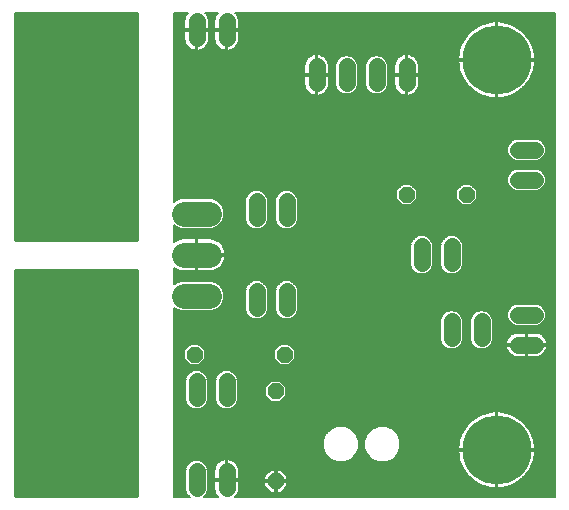
<source format=gbl>
G75*
%MOIN*%
%OFA0B0*%
%FSLAX25Y25*%
%IPPOS*%
%LPD*%
%AMOC8*
5,1,8,0,0,1.08239X$1,22.5*
%
%ADD10C,0.05600*%
%ADD11OC8,0.05200*%
%ADD12R,0.34449X0.20472*%
%ADD13C,0.23000*%
%ADD14C,0.35433*%
%ADD15C,0.08400*%
%ADD16C,0.01000*%
%ADD17C,0.03569*%
%ADD18C,0.00600*%
D10*
X0066937Y0011496D02*
X0066937Y0017096D01*
X0076937Y0017096D02*
X0076937Y0011496D01*
X0076937Y0041496D02*
X0076937Y0047096D01*
X0066937Y0047096D02*
X0066937Y0041496D01*
X0086937Y0071496D02*
X0086937Y0077096D01*
X0096937Y0077096D02*
X0096937Y0071496D01*
X0096937Y0101496D02*
X0096937Y0107096D01*
X0086937Y0107096D02*
X0086937Y0101496D01*
X0106937Y0146496D02*
X0106937Y0152096D01*
X0116937Y0152096D02*
X0116937Y0146496D01*
X0126937Y0146496D02*
X0126937Y0152096D01*
X0136937Y0152096D02*
X0136937Y0146496D01*
X0174137Y0124296D02*
X0179737Y0124296D01*
X0179737Y0114296D02*
X0174137Y0114296D01*
X0151937Y0092096D02*
X0151937Y0086496D01*
X0141937Y0086496D02*
X0141937Y0092096D01*
X0151937Y0067096D02*
X0151937Y0061496D01*
X0161937Y0061496D02*
X0161937Y0067096D01*
X0174137Y0069296D02*
X0179737Y0069296D01*
X0179737Y0059296D02*
X0174137Y0059296D01*
X0076937Y0161496D02*
X0076937Y0167096D01*
X0066937Y0167096D02*
X0066937Y0161496D01*
D11*
X0136937Y0109296D03*
X0156937Y0109296D03*
X0096252Y0055966D03*
X0093327Y0043828D03*
X0066252Y0055966D03*
X0093327Y0013828D03*
D12*
X0026937Y0068037D03*
X0026937Y0110556D03*
D13*
X0166937Y0154296D03*
X0166937Y0024296D03*
D14*
X0026937Y0036796D03*
X0026937Y0141796D03*
D15*
X0062737Y0103076D02*
X0071137Y0103076D01*
X0071137Y0089296D02*
X0062737Y0089296D01*
X0062737Y0075517D02*
X0071137Y0075517D01*
D16*
X0006437Y0084296D02*
X0006437Y0008796D01*
X0046937Y0008796D01*
X0046937Y0084296D01*
X0006437Y0084296D01*
X0006437Y0084177D02*
X0046937Y0084177D01*
X0046937Y0083179D02*
X0006437Y0083179D01*
X0006437Y0082180D02*
X0046937Y0082180D01*
X0046937Y0081182D02*
X0006437Y0081182D01*
X0006437Y0080183D02*
X0046937Y0080183D01*
X0046937Y0079185D02*
X0006437Y0079185D01*
X0006437Y0078186D02*
X0046937Y0078186D01*
X0046937Y0077188D02*
X0006437Y0077188D01*
X0006437Y0076189D02*
X0046937Y0076189D01*
X0046937Y0075191D02*
X0006437Y0075191D01*
X0006437Y0074192D02*
X0046937Y0074192D01*
X0046937Y0073194D02*
X0006437Y0073194D01*
X0006437Y0072195D02*
X0046937Y0072195D01*
X0046937Y0071197D02*
X0006437Y0071197D01*
X0006437Y0070198D02*
X0046937Y0070198D01*
X0046937Y0069200D02*
X0006437Y0069200D01*
X0006437Y0068201D02*
X0046937Y0068201D01*
X0046937Y0067203D02*
X0006437Y0067203D01*
X0006437Y0066204D02*
X0046937Y0066204D01*
X0046937Y0065206D02*
X0006437Y0065206D01*
X0006437Y0064207D02*
X0046937Y0064207D01*
X0046937Y0063209D02*
X0006437Y0063209D01*
X0006437Y0062210D02*
X0046937Y0062210D01*
X0046937Y0061212D02*
X0006437Y0061212D01*
X0006437Y0060213D02*
X0046937Y0060213D01*
X0046937Y0059215D02*
X0006437Y0059215D01*
X0006437Y0058216D02*
X0046937Y0058216D01*
X0046937Y0057217D02*
X0006437Y0057217D01*
X0006437Y0056219D02*
X0046937Y0056219D01*
X0046937Y0055220D02*
X0006437Y0055220D01*
X0006437Y0054222D02*
X0046937Y0054222D01*
X0046937Y0053223D02*
X0006437Y0053223D01*
X0006437Y0052225D02*
X0046937Y0052225D01*
X0046937Y0051226D02*
X0006437Y0051226D01*
X0006437Y0050228D02*
X0046937Y0050228D01*
X0046937Y0049229D02*
X0006437Y0049229D01*
X0006437Y0048231D02*
X0046937Y0048231D01*
X0046937Y0047232D02*
X0006437Y0047232D01*
X0006437Y0046234D02*
X0046937Y0046234D01*
X0046937Y0045235D02*
X0006437Y0045235D01*
X0006437Y0044237D02*
X0046937Y0044237D01*
X0046937Y0043238D02*
X0006437Y0043238D01*
X0006437Y0042240D02*
X0046937Y0042240D01*
X0046937Y0041241D02*
X0006437Y0041241D01*
X0006437Y0040243D02*
X0046937Y0040243D01*
X0046937Y0039244D02*
X0006437Y0039244D01*
X0006437Y0038246D02*
X0046937Y0038246D01*
X0046937Y0037247D02*
X0006437Y0037247D01*
X0006437Y0036249D02*
X0046937Y0036249D01*
X0046937Y0035250D02*
X0006437Y0035250D01*
X0006437Y0034252D02*
X0046937Y0034252D01*
X0046937Y0033253D02*
X0006437Y0033253D01*
X0006437Y0032255D02*
X0046937Y0032255D01*
X0046937Y0031256D02*
X0006437Y0031256D01*
X0006437Y0030258D02*
X0046937Y0030258D01*
X0046937Y0029259D02*
X0006437Y0029259D01*
X0006437Y0028261D02*
X0046937Y0028261D01*
X0046937Y0027262D02*
X0006437Y0027262D01*
X0006437Y0026264D02*
X0046937Y0026264D01*
X0046937Y0025265D02*
X0006437Y0025265D01*
X0006437Y0024267D02*
X0046937Y0024267D01*
X0046937Y0023268D02*
X0006437Y0023268D01*
X0006437Y0022270D02*
X0046937Y0022270D01*
X0046937Y0021271D02*
X0006437Y0021271D01*
X0006437Y0020273D02*
X0046937Y0020273D01*
X0046937Y0019274D02*
X0006437Y0019274D01*
X0006437Y0018276D02*
X0046937Y0018276D01*
X0046937Y0017277D02*
X0006437Y0017277D01*
X0006437Y0016279D02*
X0046937Y0016279D01*
X0046937Y0015280D02*
X0006437Y0015280D01*
X0006437Y0014281D02*
X0046937Y0014281D01*
X0046937Y0013283D02*
X0006437Y0013283D01*
X0006437Y0012284D02*
X0046937Y0012284D01*
X0046937Y0011286D02*
X0006437Y0011286D01*
X0006437Y0010287D02*
X0046937Y0010287D01*
X0046937Y0009289D02*
X0006437Y0009289D01*
X0006437Y0094296D02*
X0006437Y0169757D01*
X0046937Y0169757D01*
X0046937Y0094296D01*
X0006437Y0094296D01*
X0006437Y0095161D02*
X0046937Y0095161D01*
X0046937Y0096159D02*
X0006437Y0096159D01*
X0006437Y0097158D02*
X0046937Y0097158D01*
X0046937Y0098156D02*
X0006437Y0098156D01*
X0006437Y0099155D02*
X0046937Y0099155D01*
X0046937Y0100153D02*
X0006437Y0100153D01*
X0006437Y0101152D02*
X0046937Y0101152D01*
X0046937Y0102150D02*
X0006437Y0102150D01*
X0006437Y0103149D02*
X0046937Y0103149D01*
X0046937Y0104148D02*
X0006437Y0104148D01*
X0006437Y0105146D02*
X0046937Y0105146D01*
X0046937Y0106145D02*
X0006437Y0106145D01*
X0006437Y0107143D02*
X0046937Y0107143D01*
X0046937Y0108142D02*
X0006437Y0108142D01*
X0006437Y0109140D02*
X0046937Y0109140D01*
X0046937Y0110139D02*
X0006437Y0110139D01*
X0006437Y0111137D02*
X0046937Y0111137D01*
X0046937Y0112136D02*
X0006437Y0112136D01*
X0006437Y0113134D02*
X0046937Y0113134D01*
X0046937Y0114133D02*
X0006437Y0114133D01*
X0006437Y0115131D02*
X0046937Y0115131D01*
X0046937Y0116130D02*
X0006437Y0116130D01*
X0006437Y0117128D02*
X0046937Y0117128D01*
X0046937Y0118127D02*
X0006437Y0118127D01*
X0006437Y0119125D02*
X0046937Y0119125D01*
X0046937Y0120124D02*
X0006437Y0120124D01*
X0006437Y0121122D02*
X0046937Y0121122D01*
X0046937Y0122121D02*
X0006437Y0122121D01*
X0006437Y0123119D02*
X0046937Y0123119D01*
X0046937Y0124118D02*
X0006437Y0124118D01*
X0006437Y0125116D02*
X0046937Y0125116D01*
X0046937Y0126115D02*
X0006437Y0126115D01*
X0006437Y0127113D02*
X0046937Y0127113D01*
X0046937Y0128112D02*
X0006437Y0128112D01*
X0006437Y0129110D02*
X0046937Y0129110D01*
X0046937Y0130109D02*
X0006437Y0130109D01*
X0006437Y0131107D02*
X0046937Y0131107D01*
X0046937Y0132106D02*
X0006437Y0132106D01*
X0006437Y0133104D02*
X0046937Y0133104D01*
X0046937Y0134103D02*
X0006437Y0134103D01*
X0006437Y0135101D02*
X0046937Y0135101D01*
X0046937Y0136100D02*
X0006437Y0136100D01*
X0006437Y0137098D02*
X0046937Y0137098D01*
X0046937Y0138097D02*
X0006437Y0138097D01*
X0006437Y0139095D02*
X0046937Y0139095D01*
X0046937Y0140094D02*
X0006437Y0140094D01*
X0006437Y0141092D02*
X0046937Y0141092D01*
X0046937Y0142091D02*
X0006437Y0142091D01*
X0006437Y0143089D02*
X0046937Y0143089D01*
X0046937Y0144088D02*
X0006437Y0144088D01*
X0006437Y0145086D02*
X0046937Y0145086D01*
X0046937Y0146085D02*
X0006437Y0146085D01*
X0006437Y0147084D02*
X0046937Y0147084D01*
X0046937Y0148082D02*
X0006437Y0148082D01*
X0006437Y0149081D02*
X0046937Y0149081D01*
X0046937Y0150079D02*
X0006437Y0150079D01*
X0006437Y0151078D02*
X0046937Y0151078D01*
X0046937Y0152076D02*
X0006437Y0152076D01*
X0006437Y0153075D02*
X0046937Y0153075D01*
X0046937Y0154073D02*
X0006437Y0154073D01*
X0006437Y0155072D02*
X0046937Y0155072D01*
X0046937Y0156070D02*
X0006437Y0156070D01*
X0006437Y0157069D02*
X0046937Y0157069D01*
X0046937Y0158067D02*
X0006437Y0158067D01*
X0006437Y0159066D02*
X0046937Y0159066D01*
X0046937Y0160064D02*
X0006437Y0160064D01*
X0006437Y0161063D02*
X0046937Y0161063D01*
X0046937Y0162061D02*
X0006437Y0162061D01*
X0006437Y0163060D02*
X0046937Y0163060D01*
X0046937Y0164058D02*
X0006437Y0164058D01*
X0006437Y0165057D02*
X0046937Y0165057D01*
X0046937Y0166055D02*
X0006437Y0166055D01*
X0006437Y0167054D02*
X0046937Y0167054D01*
X0046937Y0168052D02*
X0006437Y0168052D01*
X0006437Y0169051D02*
X0046937Y0169051D01*
D17*
X0041937Y0124296D03*
X0041937Y0119296D03*
X0036937Y0119296D03*
X0031937Y0119296D03*
X0026937Y0119296D03*
X0021937Y0119296D03*
X0016937Y0119296D03*
X0011937Y0119296D03*
X0011937Y0124296D03*
X0011937Y0059296D03*
X0016937Y0059296D03*
X0021937Y0059296D03*
X0026937Y0059296D03*
X0031937Y0059296D03*
X0036937Y0059296D03*
X0041937Y0059296D03*
X0041937Y0054296D03*
X0011937Y0054296D03*
D18*
X0059437Y0054571D02*
X0062752Y0054571D01*
X0062752Y0054516D02*
X0064802Y0052466D01*
X0067702Y0052466D01*
X0069752Y0054516D01*
X0069752Y0057416D01*
X0067702Y0059466D01*
X0064802Y0059466D01*
X0062752Y0057416D01*
X0062752Y0054516D01*
X0062752Y0055170D02*
X0059437Y0055170D01*
X0059437Y0055768D02*
X0062752Y0055768D01*
X0062752Y0056367D02*
X0059437Y0056367D01*
X0059437Y0056965D02*
X0062752Y0056965D01*
X0062900Y0057564D02*
X0059437Y0057564D01*
X0059437Y0058162D02*
X0063499Y0058162D01*
X0064097Y0058761D02*
X0059437Y0058761D01*
X0059437Y0059359D02*
X0064696Y0059359D01*
X0067808Y0059359D02*
X0094696Y0059359D01*
X0094802Y0059466D02*
X0092752Y0057416D01*
X0092752Y0054516D01*
X0094802Y0052466D01*
X0097702Y0052466D01*
X0099752Y0054516D01*
X0099752Y0057416D01*
X0097702Y0059466D01*
X0094802Y0059466D01*
X0094097Y0058761D02*
X0068406Y0058761D01*
X0069005Y0058162D02*
X0093499Y0058162D01*
X0092900Y0057564D02*
X0069603Y0057564D01*
X0069752Y0056965D02*
X0092752Y0056965D01*
X0092752Y0056367D02*
X0069752Y0056367D01*
X0069752Y0055768D02*
X0092752Y0055768D01*
X0092752Y0055170D02*
X0069752Y0055170D01*
X0069752Y0054571D02*
X0092752Y0054571D01*
X0093295Y0053973D02*
X0069209Y0053973D01*
X0068610Y0053374D02*
X0093894Y0053374D01*
X0094492Y0052776D02*
X0068012Y0052776D01*
X0067673Y0050796D02*
X0066201Y0050796D01*
X0064841Y0050233D01*
X0063800Y0049192D01*
X0063237Y0047832D01*
X0063237Y0040760D01*
X0063800Y0039400D01*
X0064841Y0038360D01*
X0066201Y0037796D01*
X0067673Y0037796D01*
X0069033Y0038360D01*
X0070074Y0039400D01*
X0070637Y0040760D01*
X0070637Y0047832D01*
X0070074Y0049192D01*
X0069033Y0050233D01*
X0067673Y0050796D01*
X0068674Y0050382D02*
X0075200Y0050382D01*
X0074841Y0050233D02*
X0073800Y0049192D01*
X0073237Y0047832D01*
X0073237Y0040760D01*
X0073800Y0039400D01*
X0074841Y0038360D01*
X0076201Y0037796D01*
X0077673Y0037796D01*
X0079033Y0038360D01*
X0080074Y0039400D01*
X0080637Y0040760D01*
X0080637Y0047832D01*
X0080074Y0049192D01*
X0079033Y0050233D01*
X0077673Y0050796D01*
X0076201Y0050796D01*
X0074841Y0050233D01*
X0074391Y0049783D02*
X0069483Y0049783D01*
X0070077Y0049185D02*
X0073797Y0049185D01*
X0073549Y0048586D02*
X0070325Y0048586D01*
X0070573Y0047988D02*
X0073301Y0047988D01*
X0073237Y0047389D02*
X0070637Y0047389D01*
X0070637Y0046791D02*
X0073237Y0046791D01*
X0073237Y0046192D02*
X0070637Y0046192D01*
X0070637Y0045594D02*
X0073237Y0045594D01*
X0073237Y0044995D02*
X0070637Y0044995D01*
X0070637Y0044397D02*
X0073237Y0044397D01*
X0073237Y0043798D02*
X0070637Y0043798D01*
X0070637Y0043200D02*
X0073237Y0043200D01*
X0073237Y0042601D02*
X0070637Y0042601D01*
X0070637Y0042003D02*
X0073237Y0042003D01*
X0073237Y0041404D02*
X0070637Y0041404D01*
X0070637Y0040806D02*
X0073237Y0040806D01*
X0073466Y0040207D02*
X0070408Y0040207D01*
X0070160Y0039609D02*
X0073714Y0039609D01*
X0074191Y0039010D02*
X0069683Y0039010D01*
X0069085Y0038412D02*
X0074789Y0038412D01*
X0076161Y0037813D02*
X0067713Y0037813D01*
X0066161Y0037813D02*
X0059437Y0037813D01*
X0059437Y0037215D02*
X0186338Y0037215D01*
X0186338Y0037813D02*
X0077713Y0037813D01*
X0079085Y0038412D02*
X0186338Y0038412D01*
X0186338Y0039010D02*
X0079683Y0039010D01*
X0080160Y0039609D02*
X0186338Y0039609D01*
X0186338Y0040207D02*
X0080408Y0040207D01*
X0080637Y0040806D02*
X0091400Y0040806D01*
X0091877Y0040328D02*
X0089827Y0042378D01*
X0089827Y0045278D01*
X0091877Y0047328D01*
X0094777Y0047328D01*
X0096827Y0045278D01*
X0096827Y0042378D01*
X0094777Y0040328D01*
X0091877Y0040328D01*
X0090801Y0041404D02*
X0080637Y0041404D01*
X0080637Y0042003D02*
X0090203Y0042003D01*
X0089827Y0042601D02*
X0080637Y0042601D01*
X0080637Y0043200D02*
X0089827Y0043200D01*
X0089827Y0043798D02*
X0080637Y0043798D01*
X0080637Y0044397D02*
X0089827Y0044397D01*
X0089827Y0044995D02*
X0080637Y0044995D01*
X0080637Y0045594D02*
X0090143Y0045594D01*
X0090742Y0046192D02*
X0080637Y0046192D01*
X0080637Y0046791D02*
X0091340Y0046791D01*
X0095314Y0046791D02*
X0186338Y0046791D01*
X0186338Y0047389D02*
X0080637Y0047389D01*
X0080573Y0047988D02*
X0186338Y0047988D01*
X0186338Y0048586D02*
X0080325Y0048586D01*
X0080077Y0049185D02*
X0186338Y0049185D01*
X0186338Y0049783D02*
X0079483Y0049783D01*
X0078674Y0050382D02*
X0186338Y0050382D01*
X0186338Y0050980D02*
X0059437Y0050980D01*
X0059437Y0050382D02*
X0065200Y0050382D01*
X0064391Y0049783D02*
X0059437Y0049783D01*
X0059437Y0049185D02*
X0063797Y0049185D01*
X0063549Y0048586D02*
X0059437Y0048586D01*
X0059437Y0047988D02*
X0063301Y0047988D01*
X0063237Y0047389D02*
X0059437Y0047389D01*
X0059437Y0046791D02*
X0063237Y0046791D01*
X0063237Y0046192D02*
X0059437Y0046192D01*
X0059437Y0045594D02*
X0063237Y0045594D01*
X0063237Y0044995D02*
X0059437Y0044995D01*
X0059437Y0044397D02*
X0063237Y0044397D01*
X0063237Y0043798D02*
X0059437Y0043798D01*
X0059437Y0043200D02*
X0063237Y0043200D01*
X0063237Y0042601D02*
X0059437Y0042601D01*
X0059437Y0042003D02*
X0063237Y0042003D01*
X0063237Y0041404D02*
X0059437Y0041404D01*
X0059437Y0040806D02*
X0063237Y0040806D01*
X0063466Y0040207D02*
X0059437Y0040207D01*
X0059437Y0039609D02*
X0063714Y0039609D01*
X0064191Y0039010D02*
X0059437Y0039010D01*
X0059437Y0038412D02*
X0064789Y0038412D01*
X0059437Y0036616D02*
X0163455Y0036616D01*
X0163823Y0036728D02*
X0162620Y0036363D01*
X0161458Y0035881D01*
X0160349Y0035289D01*
X0159303Y0034590D01*
X0158331Y0033792D01*
X0157441Y0032903D01*
X0156644Y0031931D01*
X0155945Y0030885D01*
X0155352Y0029776D01*
X0154871Y0028614D01*
X0154506Y0027410D01*
X0154260Y0026177D01*
X0154137Y0024925D01*
X0154137Y0024596D01*
X0166637Y0024596D01*
X0166637Y0023996D01*
X0167237Y0023996D01*
X0167237Y0011496D01*
X0167566Y0011496D01*
X0168817Y0011620D01*
X0170051Y0011865D01*
X0171254Y0012230D01*
X0172416Y0012711D01*
X0173525Y0013304D01*
X0174571Y0014003D01*
X0175543Y0014801D01*
X0176433Y0015690D01*
X0177230Y0016662D01*
X0177929Y0017708D01*
X0178522Y0018817D01*
X0179003Y0019979D01*
X0179368Y0021182D01*
X0179614Y0022416D01*
X0179737Y0023668D01*
X0179737Y0023996D01*
X0167237Y0023996D01*
X0167237Y0024596D01*
X0179737Y0024596D01*
X0179737Y0024925D01*
X0179614Y0026177D01*
X0179368Y0027410D01*
X0179003Y0028614D01*
X0178522Y0029776D01*
X0177929Y0030885D01*
X0177230Y0031931D01*
X0176433Y0032903D01*
X0175543Y0033792D01*
X0174571Y0034590D01*
X0173525Y0035289D01*
X0172416Y0035881D01*
X0171254Y0036363D01*
X0170051Y0036728D01*
X0168817Y0036973D01*
X0167566Y0037096D01*
X0167237Y0037096D01*
X0167237Y0024596D01*
X0166637Y0024596D01*
X0166637Y0037096D01*
X0166308Y0037096D01*
X0165057Y0036973D01*
X0163823Y0036728D01*
X0161786Y0036017D02*
X0059437Y0036017D01*
X0059437Y0035419D02*
X0160593Y0035419D01*
X0159648Y0034820D02*
X0059437Y0034820D01*
X0059437Y0034222D02*
X0158855Y0034222D01*
X0158162Y0033623D02*
X0059437Y0033623D01*
X0059437Y0033025D02*
X0157564Y0033025D01*
X0157051Y0032426D02*
X0059437Y0032426D01*
X0059437Y0031828D02*
X0112765Y0031828D01*
X0113844Y0032275D02*
X0111613Y0031351D01*
X0109905Y0029643D01*
X0108980Y0027411D01*
X0108980Y0024996D01*
X0109905Y0022764D01*
X0111613Y0021056D01*
X0113844Y0020132D01*
X0116260Y0020132D01*
X0118491Y0021056D01*
X0120199Y0022764D01*
X0121124Y0024996D01*
X0121124Y0027411D01*
X0120199Y0029643D01*
X0118491Y0031351D01*
X0116260Y0032275D01*
X0113844Y0032275D01*
X0111491Y0031229D02*
X0059437Y0031229D01*
X0059437Y0030631D02*
X0110893Y0030631D01*
X0110294Y0030032D02*
X0059437Y0030032D01*
X0059437Y0029434D02*
X0109818Y0029434D01*
X0109570Y0028835D02*
X0059437Y0028835D01*
X0059437Y0028237D02*
X0109322Y0028237D01*
X0109075Y0027638D02*
X0059437Y0027638D01*
X0059437Y0027040D02*
X0108980Y0027040D01*
X0108980Y0026441D02*
X0059437Y0026441D01*
X0059437Y0025843D02*
X0108980Y0025843D01*
X0108980Y0025244D02*
X0059437Y0025244D01*
X0059437Y0024646D02*
X0109125Y0024646D01*
X0109373Y0024047D02*
X0059437Y0024047D01*
X0059437Y0023449D02*
X0109621Y0023449D01*
X0109869Y0022850D02*
X0059437Y0022850D01*
X0059437Y0022252D02*
X0110417Y0022252D01*
X0111016Y0021653D02*
X0059437Y0021653D01*
X0059437Y0021055D02*
X0075852Y0021055D01*
X0075977Y0021095D02*
X0075363Y0020896D01*
X0074788Y0020603D01*
X0074266Y0020224D01*
X0073810Y0019767D01*
X0073430Y0019245D01*
X0073137Y0018670D01*
X0072938Y0018056D01*
X0072837Y0017419D01*
X0072837Y0014596D01*
X0076637Y0014596D01*
X0076637Y0013996D01*
X0072837Y0013996D01*
X0072837Y0011174D01*
X0072938Y0010536D01*
X0073137Y0009923D01*
X0073430Y0009348D01*
X0073810Y0008825D01*
X0074039Y0008596D01*
X0069270Y0008596D01*
X0070074Y0009400D01*
X0070637Y0010760D01*
X0070637Y0017832D01*
X0070074Y0019192D01*
X0069033Y0020233D01*
X0067673Y0020796D01*
X0066201Y0020796D01*
X0064841Y0020233D01*
X0063800Y0019192D01*
X0063237Y0017832D01*
X0063237Y0010760D01*
X0063800Y0009400D01*
X0064604Y0008596D01*
X0059437Y0008596D01*
X0059437Y0071604D01*
X0059848Y0071193D01*
X0061723Y0070417D01*
X0072151Y0070417D01*
X0074026Y0071193D01*
X0075461Y0072628D01*
X0076237Y0074502D01*
X0076237Y0076531D01*
X0075461Y0078406D01*
X0074026Y0079840D01*
X0072151Y0080617D01*
X0061723Y0080617D01*
X0059848Y0079840D01*
X0059437Y0079429D01*
X0059437Y0084896D01*
X0059854Y0084592D01*
X0060626Y0084199D01*
X0061449Y0083932D01*
X0062304Y0083796D01*
X0066637Y0083796D01*
X0066637Y0088996D01*
X0067237Y0088996D01*
X0067237Y0083796D01*
X0071570Y0083796D01*
X0072425Y0083932D01*
X0073248Y0084199D01*
X0074020Y0084592D01*
X0074720Y0085101D01*
X0075332Y0085713D01*
X0075841Y0086414D01*
X0076234Y0087185D01*
X0076502Y0088008D01*
X0076637Y0088864D01*
X0076637Y0088996D01*
X0067237Y0088996D01*
X0067237Y0089596D01*
X0076637Y0089596D01*
X0076637Y0089729D01*
X0076502Y0090584D01*
X0076234Y0091408D01*
X0075841Y0092179D01*
X0075332Y0092879D01*
X0074720Y0093492D01*
X0074020Y0094000D01*
X0073248Y0094393D01*
X0072425Y0094661D01*
X0071570Y0094796D01*
X0067237Y0094796D01*
X0067237Y0089596D01*
X0066637Y0089596D01*
X0066637Y0094796D01*
X0062304Y0094796D01*
X0061449Y0094661D01*
X0060626Y0094393D01*
X0059854Y0094000D01*
X0059437Y0093697D01*
X0059437Y0099163D01*
X0059848Y0098752D01*
X0061723Y0097976D01*
X0072151Y0097976D01*
X0074026Y0098752D01*
X0075461Y0100187D01*
X0076237Y0102061D01*
X0076237Y0104090D01*
X0075461Y0105965D01*
X0074026Y0107399D01*
X0072151Y0108176D01*
X0061723Y0108176D01*
X0059848Y0107399D01*
X0059437Y0106988D01*
X0059437Y0169957D01*
X0063999Y0169957D01*
X0063810Y0169767D01*
X0063430Y0169245D01*
X0063137Y0168670D01*
X0062938Y0168056D01*
X0062837Y0167419D01*
X0062837Y0164596D01*
X0066637Y0164596D01*
X0066637Y0163996D01*
X0067237Y0163996D01*
X0067237Y0157396D01*
X0067260Y0157396D01*
X0067897Y0157497D01*
X0068511Y0157697D01*
X0069086Y0157990D01*
X0069608Y0158369D01*
X0070064Y0158825D01*
X0070444Y0159348D01*
X0070737Y0159923D01*
X0070936Y0160536D01*
X0071037Y0161174D01*
X0071037Y0163996D01*
X0067237Y0163996D01*
X0067237Y0164596D01*
X0071037Y0164596D01*
X0071037Y0167419D01*
X0070936Y0168056D01*
X0070737Y0168670D01*
X0070444Y0169245D01*
X0070064Y0169767D01*
X0069875Y0169957D01*
X0073999Y0169957D01*
X0073810Y0169767D01*
X0073430Y0169245D01*
X0073137Y0168670D01*
X0072938Y0168056D01*
X0072837Y0167419D01*
X0072837Y0164596D01*
X0076637Y0164596D01*
X0076637Y0163996D01*
X0077237Y0163996D01*
X0077237Y0157396D01*
X0077260Y0157396D01*
X0077897Y0157497D01*
X0078511Y0157697D01*
X0079086Y0157990D01*
X0079608Y0158369D01*
X0080064Y0158825D01*
X0080444Y0159348D01*
X0080737Y0159923D01*
X0080936Y0160536D01*
X0081037Y0161174D01*
X0081037Y0163996D01*
X0077237Y0163996D01*
X0077237Y0164596D01*
X0081037Y0164596D01*
X0081037Y0167419D01*
X0080936Y0168056D01*
X0080737Y0168670D01*
X0080444Y0169245D01*
X0080064Y0169767D01*
X0079875Y0169957D01*
X0186338Y0169957D01*
X0186338Y0008596D01*
X0079835Y0008596D01*
X0080064Y0008825D01*
X0080444Y0009348D01*
X0080737Y0009923D01*
X0080936Y0010536D01*
X0081037Y0011174D01*
X0081037Y0013996D01*
X0077237Y0013996D01*
X0077237Y0014596D01*
X0081037Y0014596D01*
X0081037Y0017419D01*
X0080936Y0018056D01*
X0080737Y0018670D01*
X0080444Y0019245D01*
X0080064Y0019767D01*
X0079608Y0020224D01*
X0079086Y0020603D01*
X0078511Y0020896D01*
X0077897Y0021095D01*
X0077260Y0021196D01*
X0077237Y0021196D01*
X0077237Y0014596D01*
X0076637Y0014596D01*
X0076637Y0021196D01*
X0076614Y0021196D01*
X0075977Y0021095D01*
X0076637Y0021055D02*
X0077237Y0021055D01*
X0077237Y0020456D02*
X0076637Y0020456D01*
X0076637Y0019858D02*
X0077237Y0019858D01*
X0077237Y0019259D02*
X0076637Y0019259D01*
X0076637Y0018661D02*
X0077237Y0018661D01*
X0077237Y0018062D02*
X0076637Y0018062D01*
X0076637Y0017464D02*
X0077237Y0017464D01*
X0077237Y0016865D02*
X0076637Y0016865D01*
X0076637Y0016267D02*
X0077237Y0016267D01*
X0077237Y0015668D02*
X0076637Y0015668D01*
X0076637Y0015070D02*
X0077237Y0015070D01*
X0077237Y0014471D02*
X0089427Y0014471D01*
X0089427Y0014128D02*
X0093027Y0014128D01*
X0093027Y0013528D01*
X0089427Y0013528D01*
X0089427Y0012213D01*
X0091712Y0009928D01*
X0093027Y0009928D01*
X0093027Y0013528D01*
X0093627Y0013528D01*
X0093627Y0009928D01*
X0094943Y0009928D01*
X0097227Y0012213D01*
X0097227Y0013528D01*
X0093627Y0013528D01*
X0093627Y0014128D01*
X0093027Y0014128D01*
X0093027Y0017728D01*
X0091712Y0017728D01*
X0089427Y0015443D01*
X0089427Y0014128D01*
X0089427Y0013274D02*
X0081037Y0013274D01*
X0081037Y0012676D02*
X0089427Y0012676D01*
X0089563Y0012077D02*
X0081037Y0012077D01*
X0081037Y0011479D02*
X0090161Y0011479D01*
X0090760Y0010880D02*
X0080990Y0010880D01*
X0080853Y0010281D02*
X0091358Y0010281D01*
X0093027Y0010281D02*
X0093627Y0010281D01*
X0093627Y0010880D02*
X0093027Y0010880D01*
X0093027Y0011479D02*
X0093627Y0011479D01*
X0093627Y0012077D02*
X0093027Y0012077D01*
X0093027Y0012676D02*
X0093627Y0012676D01*
X0093627Y0013274D02*
X0093027Y0013274D01*
X0093027Y0013873D02*
X0081037Y0013873D01*
X0081037Y0015070D02*
X0089427Y0015070D01*
X0089652Y0015668D02*
X0081037Y0015668D01*
X0081037Y0016267D02*
X0090250Y0016267D01*
X0090849Y0016865D02*
X0081037Y0016865D01*
X0081030Y0017464D02*
X0091447Y0017464D01*
X0093027Y0017464D02*
X0093627Y0017464D01*
X0093627Y0017728D02*
X0093627Y0014128D01*
X0097227Y0014128D01*
X0097227Y0015443D01*
X0094943Y0017728D01*
X0093627Y0017728D01*
X0093627Y0016865D02*
X0093027Y0016865D01*
X0093027Y0016267D02*
X0093627Y0016267D01*
X0093627Y0015668D02*
X0093027Y0015668D01*
X0093027Y0015070D02*
X0093627Y0015070D01*
X0093627Y0014471D02*
X0093027Y0014471D01*
X0093627Y0013873D02*
X0159498Y0013873D01*
X0159303Y0014003D02*
X0160349Y0013304D01*
X0161458Y0012711D01*
X0162620Y0012230D01*
X0163823Y0011865D01*
X0165057Y0011620D01*
X0166308Y0011496D01*
X0166637Y0011496D01*
X0166637Y0023996D01*
X0154137Y0023996D01*
X0154137Y0023668D01*
X0154260Y0022416D01*
X0154506Y0021182D01*
X0154871Y0019979D01*
X0155352Y0018817D01*
X0155945Y0017708D01*
X0156644Y0016662D01*
X0157441Y0015690D01*
X0158331Y0014801D01*
X0159303Y0014003D01*
X0158732Y0014471D02*
X0097227Y0014471D01*
X0097227Y0015070D02*
X0158062Y0015070D01*
X0157463Y0015668D02*
X0097002Y0015668D01*
X0096404Y0016267D02*
X0156968Y0016267D01*
X0156508Y0016865D02*
X0095805Y0016865D01*
X0095207Y0017464D02*
X0156108Y0017464D01*
X0155755Y0018062D02*
X0080934Y0018062D01*
X0080740Y0018661D02*
X0155436Y0018661D01*
X0155169Y0019259D02*
X0080434Y0019259D01*
X0079974Y0019858D02*
X0154921Y0019858D01*
X0154726Y0020456D02*
X0130822Y0020456D01*
X0130039Y0020132D02*
X0132271Y0021056D01*
X0133979Y0022764D01*
X0134903Y0024996D01*
X0134903Y0027411D01*
X0133979Y0029643D01*
X0132271Y0031351D01*
X0130039Y0032275D01*
X0127624Y0032275D01*
X0125392Y0031351D01*
X0123684Y0029643D01*
X0122760Y0027411D01*
X0122760Y0024996D01*
X0123684Y0022764D01*
X0125392Y0021056D01*
X0127624Y0020132D01*
X0130039Y0020132D01*
X0132267Y0021055D02*
X0154544Y0021055D01*
X0154412Y0021653D02*
X0132868Y0021653D01*
X0133466Y0022252D02*
X0154293Y0022252D01*
X0154217Y0022850D02*
X0134015Y0022850D01*
X0134263Y0023449D02*
X0154159Y0023449D01*
X0154137Y0024646D02*
X0134758Y0024646D01*
X0134903Y0025244D02*
X0154168Y0025244D01*
X0154227Y0025843D02*
X0134903Y0025843D01*
X0134903Y0026441D02*
X0154313Y0026441D01*
X0154432Y0027040D02*
X0134903Y0027040D01*
X0134809Y0027638D02*
X0154575Y0027638D01*
X0154756Y0028237D02*
X0134561Y0028237D01*
X0134313Y0028835D02*
X0154963Y0028835D01*
X0155210Y0029434D02*
X0134066Y0029434D01*
X0133589Y0030032D02*
X0155489Y0030032D01*
X0155809Y0030631D02*
X0132991Y0030631D01*
X0132392Y0031229D02*
X0156175Y0031229D01*
X0156575Y0031828D02*
X0131119Y0031828D01*
X0126544Y0031828D02*
X0117340Y0031828D01*
X0118613Y0031229D02*
X0125271Y0031229D01*
X0124672Y0030631D02*
X0119211Y0030631D01*
X0119810Y0030032D02*
X0124074Y0030032D01*
X0123598Y0029434D02*
X0120286Y0029434D01*
X0120534Y0028835D02*
X0123350Y0028835D01*
X0123102Y0028237D02*
X0120782Y0028237D01*
X0121030Y0027638D02*
X0122854Y0027638D01*
X0122760Y0027040D02*
X0121124Y0027040D01*
X0121124Y0026441D02*
X0122760Y0026441D01*
X0122760Y0025843D02*
X0121124Y0025843D01*
X0121124Y0025244D02*
X0122760Y0025244D01*
X0122905Y0024646D02*
X0120979Y0024646D01*
X0120731Y0024047D02*
X0123153Y0024047D01*
X0123401Y0023449D02*
X0120483Y0023449D01*
X0120235Y0022850D02*
X0123649Y0022850D01*
X0124197Y0022252D02*
X0119687Y0022252D01*
X0119088Y0021653D02*
X0124795Y0021653D01*
X0125396Y0021055D02*
X0118488Y0021055D01*
X0117043Y0020456D02*
X0126841Y0020456D01*
X0134510Y0024047D02*
X0166637Y0024047D01*
X0166637Y0023449D02*
X0167237Y0023449D01*
X0167237Y0024047D02*
X0186338Y0024047D01*
X0186338Y0023449D02*
X0179715Y0023449D01*
X0179656Y0022850D02*
X0186338Y0022850D01*
X0186338Y0022252D02*
X0179581Y0022252D01*
X0179462Y0021653D02*
X0186338Y0021653D01*
X0186338Y0021055D02*
X0179330Y0021055D01*
X0179148Y0020456D02*
X0186338Y0020456D01*
X0186338Y0019858D02*
X0178953Y0019858D01*
X0178705Y0019259D02*
X0186338Y0019259D01*
X0186338Y0018661D02*
X0178438Y0018661D01*
X0178118Y0018062D02*
X0186338Y0018062D01*
X0186338Y0017464D02*
X0177766Y0017464D01*
X0177366Y0016865D02*
X0186338Y0016865D01*
X0186338Y0016267D02*
X0176906Y0016267D01*
X0176411Y0015668D02*
X0186338Y0015668D01*
X0186338Y0015070D02*
X0175812Y0015070D01*
X0175142Y0014471D02*
X0186338Y0014471D01*
X0186338Y0013873D02*
X0174376Y0013873D01*
X0173469Y0013274D02*
X0186338Y0013274D01*
X0186338Y0012676D02*
X0172330Y0012676D01*
X0170750Y0012077D02*
X0186338Y0012077D01*
X0186338Y0011479D02*
X0096493Y0011479D01*
X0097092Y0012077D02*
X0163124Y0012077D01*
X0161544Y0012676D02*
X0097227Y0012676D01*
X0097227Y0013274D02*
X0160405Y0013274D01*
X0166637Y0013274D02*
X0167237Y0013274D01*
X0167237Y0012676D02*
X0166637Y0012676D01*
X0166637Y0012077D02*
X0167237Y0012077D01*
X0167237Y0013873D02*
X0166637Y0013873D01*
X0166637Y0014471D02*
X0167237Y0014471D01*
X0167237Y0015070D02*
X0166637Y0015070D01*
X0166637Y0015668D02*
X0167237Y0015668D01*
X0167237Y0016267D02*
X0166637Y0016267D01*
X0166637Y0016865D02*
X0167237Y0016865D01*
X0167237Y0017464D02*
X0166637Y0017464D01*
X0166637Y0018062D02*
X0167237Y0018062D01*
X0167237Y0018661D02*
X0166637Y0018661D01*
X0166637Y0019259D02*
X0167237Y0019259D01*
X0167237Y0019858D02*
X0166637Y0019858D01*
X0166637Y0020456D02*
X0167237Y0020456D01*
X0167237Y0021055D02*
X0166637Y0021055D01*
X0166637Y0021653D02*
X0167237Y0021653D01*
X0167237Y0022252D02*
X0166637Y0022252D01*
X0166637Y0022850D02*
X0167237Y0022850D01*
X0167237Y0024646D02*
X0166637Y0024646D01*
X0166637Y0025244D02*
X0167237Y0025244D01*
X0167237Y0025843D02*
X0166637Y0025843D01*
X0166637Y0026441D02*
X0167237Y0026441D01*
X0167237Y0027040D02*
X0166637Y0027040D01*
X0166637Y0027638D02*
X0167237Y0027638D01*
X0167237Y0028237D02*
X0166637Y0028237D01*
X0166637Y0028835D02*
X0167237Y0028835D01*
X0167237Y0029434D02*
X0166637Y0029434D01*
X0166637Y0030032D02*
X0167237Y0030032D01*
X0167237Y0030631D02*
X0166637Y0030631D01*
X0166637Y0031229D02*
X0167237Y0031229D01*
X0167237Y0031828D02*
X0166637Y0031828D01*
X0166637Y0032426D02*
X0167237Y0032426D01*
X0167237Y0033025D02*
X0166637Y0033025D01*
X0166637Y0033623D02*
X0167237Y0033623D01*
X0167237Y0034222D02*
X0166637Y0034222D01*
X0166637Y0034820D02*
X0167237Y0034820D01*
X0167237Y0035419D02*
X0166637Y0035419D01*
X0166637Y0036017D02*
X0167237Y0036017D01*
X0167237Y0036616D02*
X0166637Y0036616D01*
X0170419Y0036616D02*
X0186338Y0036616D01*
X0186338Y0036017D02*
X0172088Y0036017D01*
X0173281Y0035419D02*
X0186338Y0035419D01*
X0186338Y0034820D02*
X0174226Y0034820D01*
X0175019Y0034222D02*
X0186338Y0034222D01*
X0186338Y0033623D02*
X0175712Y0033623D01*
X0176310Y0033025D02*
X0186338Y0033025D01*
X0186338Y0032426D02*
X0176823Y0032426D01*
X0177299Y0031828D02*
X0186338Y0031828D01*
X0186338Y0031229D02*
X0177699Y0031229D01*
X0178065Y0030631D02*
X0186338Y0030631D01*
X0186338Y0030032D02*
X0178385Y0030032D01*
X0178664Y0029434D02*
X0186338Y0029434D01*
X0186338Y0028835D02*
X0178912Y0028835D01*
X0179118Y0028237D02*
X0186338Y0028237D01*
X0186338Y0027638D02*
X0179299Y0027638D01*
X0179442Y0027040D02*
X0186338Y0027040D01*
X0186338Y0026441D02*
X0179561Y0026441D01*
X0179647Y0025843D02*
X0186338Y0025843D01*
X0186338Y0025244D02*
X0179706Y0025244D01*
X0179737Y0024646D02*
X0186338Y0024646D01*
X0186338Y0010880D02*
X0095895Y0010880D01*
X0095296Y0010281D02*
X0186338Y0010281D01*
X0186338Y0009683D02*
X0080615Y0009683D01*
X0080253Y0009084D02*
X0186338Y0009084D01*
X0186338Y0040806D02*
X0095254Y0040806D01*
X0095853Y0041404D02*
X0186338Y0041404D01*
X0186338Y0042003D02*
X0096451Y0042003D01*
X0096827Y0042601D02*
X0186338Y0042601D01*
X0186338Y0043200D02*
X0096827Y0043200D01*
X0096827Y0043798D02*
X0186338Y0043798D01*
X0186338Y0044397D02*
X0096827Y0044397D01*
X0096827Y0044995D02*
X0186338Y0044995D01*
X0186338Y0045594D02*
X0096511Y0045594D01*
X0095913Y0046192D02*
X0186338Y0046192D01*
X0186338Y0051579D02*
X0059437Y0051579D01*
X0059437Y0052177D02*
X0186338Y0052177D01*
X0186338Y0052776D02*
X0098012Y0052776D01*
X0098610Y0053374D02*
X0186338Y0053374D01*
X0186338Y0053973D02*
X0099209Y0053973D01*
X0099752Y0054571D02*
X0186338Y0054571D01*
X0186338Y0055170D02*
X0099752Y0055170D01*
X0099752Y0055768D02*
X0172030Y0055768D01*
X0171988Y0055790D02*
X0172563Y0055497D01*
X0173177Y0055297D01*
X0173814Y0055196D01*
X0176637Y0055196D01*
X0176637Y0058996D01*
X0177237Y0058996D01*
X0177237Y0055196D01*
X0180060Y0055196D01*
X0180697Y0055297D01*
X0181311Y0055497D01*
X0181886Y0055790D01*
X0182408Y0056169D01*
X0182864Y0056625D01*
X0183244Y0057148D01*
X0183537Y0057723D01*
X0183736Y0058336D01*
X0183837Y0058974D01*
X0183837Y0058996D01*
X0177237Y0058996D01*
X0177237Y0059596D01*
X0183837Y0059596D01*
X0183837Y0059619D01*
X0183736Y0060256D01*
X0183537Y0060870D01*
X0183244Y0061445D01*
X0182864Y0061967D01*
X0182408Y0062424D01*
X0181886Y0062803D01*
X0181311Y0063096D01*
X0180697Y0063295D01*
X0180060Y0063396D01*
X0177237Y0063396D01*
X0177237Y0059596D01*
X0176637Y0059596D01*
X0176637Y0058996D01*
X0170037Y0058996D01*
X0170037Y0058974D01*
X0170138Y0058336D01*
X0170337Y0057723D01*
X0170630Y0057148D01*
X0171010Y0056625D01*
X0171466Y0056169D01*
X0171988Y0055790D01*
X0171268Y0056367D02*
X0099752Y0056367D01*
X0099752Y0056965D02*
X0170763Y0056965D01*
X0170418Y0057564D02*
X0099603Y0057564D01*
X0099005Y0058162D02*
X0150317Y0058162D01*
X0149841Y0058360D02*
X0151201Y0057796D01*
X0152673Y0057796D01*
X0154033Y0058360D01*
X0155074Y0059400D01*
X0155637Y0060760D01*
X0155637Y0067832D01*
X0155074Y0069192D01*
X0154033Y0070233D01*
X0152673Y0070796D01*
X0151201Y0070796D01*
X0149841Y0070233D01*
X0148800Y0069192D01*
X0148237Y0067832D01*
X0148237Y0060760D01*
X0148800Y0059400D01*
X0149841Y0058360D01*
X0149440Y0058761D02*
X0098406Y0058761D01*
X0097808Y0059359D02*
X0148841Y0059359D01*
X0148569Y0059958D02*
X0059437Y0059958D01*
X0059437Y0060556D02*
X0148321Y0060556D01*
X0148237Y0061155D02*
X0059437Y0061155D01*
X0059437Y0061753D02*
X0148237Y0061753D01*
X0148237Y0062352D02*
X0059437Y0062352D01*
X0059437Y0062950D02*
X0148237Y0062950D01*
X0148237Y0063549D02*
X0059437Y0063549D01*
X0059437Y0064148D02*
X0148237Y0064148D01*
X0148237Y0064746D02*
X0059437Y0064746D01*
X0059437Y0065345D02*
X0148237Y0065345D01*
X0148237Y0065943D02*
X0059437Y0065943D01*
X0059437Y0066542D02*
X0148237Y0066542D01*
X0148237Y0067140D02*
X0059437Y0067140D01*
X0059437Y0067739D02*
X0148237Y0067739D01*
X0148446Y0068337D02*
X0098978Y0068337D01*
X0099033Y0068360D02*
X0100074Y0069400D01*
X0100637Y0070760D01*
X0100637Y0077832D01*
X0100074Y0079192D01*
X0099033Y0080233D01*
X0097673Y0080796D01*
X0096201Y0080796D01*
X0094841Y0080233D01*
X0093800Y0079192D01*
X0093237Y0077832D01*
X0093237Y0070760D01*
X0093800Y0069400D01*
X0094841Y0068360D01*
X0096201Y0067796D01*
X0097673Y0067796D01*
X0099033Y0068360D01*
X0099609Y0068936D02*
X0148694Y0068936D01*
X0149142Y0069534D02*
X0100129Y0069534D01*
X0100377Y0070133D02*
X0149741Y0070133D01*
X0151044Y0070731D02*
X0100625Y0070731D01*
X0100637Y0071330D02*
X0170974Y0071330D01*
X0171000Y0071392D02*
X0170437Y0070032D01*
X0170437Y0068560D01*
X0171000Y0067200D01*
X0172041Y0066160D01*
X0173401Y0065596D01*
X0180473Y0065596D01*
X0181833Y0066160D01*
X0182874Y0067200D01*
X0183437Y0068560D01*
X0183437Y0070032D01*
X0182874Y0071392D01*
X0181833Y0072433D01*
X0180473Y0072996D01*
X0173401Y0072996D01*
X0172041Y0072433D01*
X0171000Y0071392D01*
X0170726Y0070731D02*
X0162830Y0070731D01*
X0162673Y0070796D02*
X0161201Y0070796D01*
X0159841Y0070233D01*
X0158800Y0069192D01*
X0158237Y0067832D01*
X0158237Y0060760D01*
X0158800Y0059400D01*
X0159841Y0058360D01*
X0161201Y0057796D01*
X0162673Y0057796D01*
X0164033Y0058360D01*
X0165074Y0059400D01*
X0165637Y0060760D01*
X0165637Y0067832D01*
X0165074Y0069192D01*
X0164033Y0070233D01*
X0162673Y0070796D01*
X0164133Y0070133D02*
X0170479Y0070133D01*
X0170437Y0069534D02*
X0164732Y0069534D01*
X0165180Y0068936D02*
X0170437Y0068936D01*
X0170529Y0068337D02*
X0165428Y0068337D01*
X0165637Y0067739D02*
X0170777Y0067739D01*
X0171061Y0067140D02*
X0165637Y0067140D01*
X0165637Y0066542D02*
X0171659Y0066542D01*
X0172564Y0065943D02*
X0165637Y0065943D01*
X0165637Y0065345D02*
X0186338Y0065345D01*
X0186338Y0065943D02*
X0181310Y0065943D01*
X0182215Y0066542D02*
X0186338Y0066542D01*
X0186338Y0067140D02*
X0182813Y0067140D01*
X0183097Y0067739D02*
X0186338Y0067739D01*
X0186338Y0068337D02*
X0183345Y0068337D01*
X0183437Y0068936D02*
X0186338Y0068936D01*
X0186338Y0069534D02*
X0183437Y0069534D01*
X0183395Y0070133D02*
X0186338Y0070133D01*
X0186338Y0070731D02*
X0183148Y0070731D01*
X0182900Y0071330D02*
X0186338Y0071330D01*
X0186338Y0071928D02*
X0182338Y0071928D01*
X0181607Y0072527D02*
X0186338Y0072527D01*
X0186338Y0073125D02*
X0100637Y0073125D01*
X0100637Y0072527D02*
X0172267Y0072527D01*
X0171536Y0071928D02*
X0100637Y0071928D01*
X0100637Y0073724D02*
X0186338Y0073724D01*
X0186338Y0074322D02*
X0100637Y0074322D01*
X0100637Y0074921D02*
X0186338Y0074921D01*
X0186338Y0075519D02*
X0100637Y0075519D01*
X0100637Y0076118D02*
X0186338Y0076118D01*
X0186338Y0076716D02*
X0100637Y0076716D01*
X0100637Y0077315D02*
X0186338Y0077315D01*
X0186338Y0077913D02*
X0100603Y0077913D01*
X0100356Y0078512D02*
X0186338Y0078512D01*
X0186338Y0079110D02*
X0100108Y0079110D01*
X0099557Y0079709D02*
X0186338Y0079709D01*
X0186338Y0080307D02*
X0098854Y0080307D01*
X0095020Y0080307D02*
X0088854Y0080307D01*
X0089033Y0080233D02*
X0087673Y0080796D01*
X0086201Y0080796D01*
X0084841Y0080233D01*
X0083800Y0079192D01*
X0083237Y0077832D01*
X0083237Y0070760D01*
X0083800Y0069400D01*
X0084841Y0068360D01*
X0086201Y0067796D01*
X0087673Y0067796D01*
X0089033Y0068360D01*
X0090074Y0069400D01*
X0090637Y0070760D01*
X0090637Y0077832D01*
X0090074Y0079192D01*
X0089033Y0080233D01*
X0089557Y0079709D02*
X0094317Y0079709D01*
X0093766Y0079110D02*
X0090108Y0079110D01*
X0090356Y0078512D02*
X0093518Y0078512D01*
X0093271Y0077913D02*
X0090603Y0077913D01*
X0090637Y0077315D02*
X0093237Y0077315D01*
X0093237Y0076716D02*
X0090637Y0076716D01*
X0090637Y0076118D02*
X0093237Y0076118D01*
X0093237Y0075519D02*
X0090637Y0075519D01*
X0090637Y0074921D02*
X0093237Y0074921D01*
X0093237Y0074322D02*
X0090637Y0074322D01*
X0090637Y0073724D02*
X0093237Y0073724D01*
X0093237Y0073125D02*
X0090637Y0073125D01*
X0090637Y0072527D02*
X0093237Y0072527D01*
X0093237Y0071928D02*
X0090637Y0071928D01*
X0090637Y0071330D02*
X0093237Y0071330D01*
X0093249Y0070731D02*
X0090625Y0070731D01*
X0090377Y0070133D02*
X0093497Y0070133D01*
X0093745Y0069534D02*
X0090129Y0069534D01*
X0089609Y0068936D02*
X0094265Y0068936D01*
X0094896Y0068337D02*
X0088978Y0068337D01*
X0084896Y0068337D02*
X0059437Y0068337D01*
X0059437Y0068936D02*
X0084265Y0068936D01*
X0083745Y0069534D02*
X0059437Y0069534D01*
X0059437Y0070133D02*
X0083497Y0070133D01*
X0083249Y0070731D02*
X0072910Y0070731D01*
X0074162Y0071330D02*
X0083237Y0071330D01*
X0083237Y0071928D02*
X0074761Y0071928D01*
X0075359Y0072527D02*
X0083237Y0072527D01*
X0083237Y0073125D02*
X0075667Y0073125D01*
X0075914Y0073724D02*
X0083237Y0073724D01*
X0083237Y0074322D02*
X0076162Y0074322D01*
X0076237Y0074921D02*
X0083237Y0074921D01*
X0083237Y0075519D02*
X0076237Y0075519D01*
X0076237Y0076118D02*
X0083237Y0076118D01*
X0083237Y0076716D02*
X0076160Y0076716D01*
X0075912Y0077315D02*
X0083237Y0077315D01*
X0083271Y0077913D02*
X0075665Y0077913D01*
X0075355Y0078512D02*
X0083518Y0078512D01*
X0083766Y0079110D02*
X0074756Y0079110D01*
X0074158Y0079709D02*
X0084317Y0079709D01*
X0085020Y0080307D02*
X0072899Y0080307D01*
X0072214Y0083898D02*
X0139302Y0083898D01*
X0138800Y0084400D02*
X0139841Y0083360D01*
X0141201Y0082796D01*
X0142673Y0082796D01*
X0144033Y0083360D01*
X0145074Y0084400D01*
X0145637Y0085760D01*
X0145637Y0092832D01*
X0145074Y0094192D01*
X0144033Y0095233D01*
X0142673Y0095796D01*
X0141201Y0095796D01*
X0139841Y0095233D01*
X0138800Y0094192D01*
X0138237Y0092832D01*
X0138237Y0085760D01*
X0138800Y0084400D01*
X0138760Y0084497D02*
X0073832Y0084497D01*
X0074712Y0085095D02*
X0138512Y0085095D01*
X0138265Y0085694D02*
X0075313Y0085694D01*
X0075753Y0086292D02*
X0138237Y0086292D01*
X0138237Y0086891D02*
X0076084Y0086891D01*
X0076333Y0087489D02*
X0138237Y0087489D01*
X0138237Y0088088D02*
X0076514Y0088088D01*
X0076609Y0088686D02*
X0138237Y0088686D01*
X0138237Y0089285D02*
X0067237Y0089285D01*
X0067237Y0089884D02*
X0066637Y0089884D01*
X0066637Y0090482D02*
X0067237Y0090482D01*
X0067237Y0091081D02*
X0066637Y0091081D01*
X0066637Y0091679D02*
X0067237Y0091679D01*
X0067237Y0092278D02*
X0066637Y0092278D01*
X0066637Y0092876D02*
X0067237Y0092876D01*
X0067237Y0093475D02*
X0066637Y0093475D01*
X0066637Y0094073D02*
X0067237Y0094073D01*
X0067237Y0094672D02*
X0066637Y0094672D01*
X0061516Y0094672D02*
X0059437Y0094672D01*
X0059437Y0095270D02*
X0139930Y0095270D01*
X0139280Y0094672D02*
X0072358Y0094672D01*
X0073877Y0094073D02*
X0138751Y0094073D01*
X0138503Y0093475D02*
X0074737Y0093475D01*
X0075335Y0092876D02*
X0138255Y0092876D01*
X0138237Y0092278D02*
X0075769Y0092278D01*
X0076096Y0091679D02*
X0138237Y0091679D01*
X0138237Y0091081D02*
X0076340Y0091081D01*
X0076518Y0090482D02*
X0138237Y0090482D01*
X0138237Y0089884D02*
X0076613Y0089884D01*
X0072844Y0098263D02*
X0085075Y0098263D01*
X0084841Y0098360D02*
X0086201Y0097796D01*
X0087673Y0097796D01*
X0089033Y0098360D01*
X0090074Y0099400D01*
X0090637Y0100760D01*
X0090637Y0107832D01*
X0090074Y0109192D01*
X0089033Y0110233D01*
X0094841Y0110233D01*
X0093800Y0109192D01*
X0093237Y0107832D01*
X0093237Y0100760D01*
X0093800Y0099400D01*
X0094841Y0098360D01*
X0096201Y0097796D01*
X0097673Y0097796D01*
X0099033Y0098360D01*
X0100074Y0099400D01*
X0100637Y0100760D01*
X0100637Y0107832D01*
X0100074Y0109192D01*
X0099033Y0110233D01*
X0133437Y0110233D01*
X0133437Y0110746D02*
X0133437Y0107847D01*
X0135487Y0105796D01*
X0138387Y0105796D01*
X0140437Y0107847D01*
X0140437Y0110746D01*
X0138387Y0112796D01*
X0135487Y0112796D01*
X0133437Y0110746D01*
X0133522Y0110831D02*
X0059437Y0110831D01*
X0059437Y0110233D02*
X0084841Y0110233D01*
X0083800Y0109192D01*
X0083237Y0107832D01*
X0083237Y0100760D01*
X0083800Y0099400D01*
X0084841Y0098360D01*
X0084340Y0098861D02*
X0074135Y0098861D01*
X0074733Y0099460D02*
X0083776Y0099460D01*
X0083528Y0100058D02*
X0075332Y0100058D01*
X0075655Y0100657D02*
X0083280Y0100657D01*
X0083237Y0101255D02*
X0075903Y0101255D01*
X0076151Y0101854D02*
X0083237Y0101854D01*
X0083237Y0102452D02*
X0076237Y0102452D01*
X0076237Y0103051D02*
X0083237Y0103051D01*
X0083237Y0103649D02*
X0076237Y0103649D01*
X0076172Y0104248D02*
X0083237Y0104248D01*
X0083237Y0104846D02*
X0075924Y0104846D01*
X0075676Y0105445D02*
X0083237Y0105445D01*
X0083237Y0106043D02*
X0075382Y0106043D01*
X0074784Y0106642D02*
X0083237Y0106642D01*
X0083237Y0107240D02*
X0074185Y0107240D01*
X0072965Y0107839D02*
X0083240Y0107839D01*
X0083488Y0108437D02*
X0059437Y0108437D01*
X0059437Y0107839D02*
X0060909Y0107839D01*
X0059689Y0107240D02*
X0059437Y0107240D01*
X0059437Y0109036D02*
X0083736Y0109036D01*
X0084242Y0109634D02*
X0059437Y0109634D01*
X0059437Y0111430D02*
X0134121Y0111430D01*
X0134719Y0112028D02*
X0059437Y0112028D01*
X0059437Y0112627D02*
X0135318Y0112627D01*
X0138556Y0112627D02*
X0155318Y0112627D01*
X0155487Y0112796D02*
X0153437Y0110746D01*
X0153437Y0107847D01*
X0155487Y0105796D01*
X0158387Y0105796D01*
X0160437Y0107847D01*
X0160437Y0110746D01*
X0158387Y0112796D01*
X0155487Y0112796D01*
X0154719Y0112028D02*
X0139155Y0112028D01*
X0139753Y0111430D02*
X0154121Y0111430D01*
X0153522Y0110831D02*
X0140352Y0110831D01*
X0140437Y0110233D02*
X0153437Y0110233D01*
X0153437Y0109634D02*
X0140437Y0109634D01*
X0140437Y0109036D02*
X0153437Y0109036D01*
X0153437Y0108437D02*
X0140437Y0108437D01*
X0140429Y0107839D02*
X0153445Y0107839D01*
X0154043Y0107240D02*
X0139831Y0107240D01*
X0139232Y0106642D02*
X0154642Y0106642D01*
X0155240Y0106043D02*
X0138634Y0106043D01*
X0135240Y0106043D02*
X0100637Y0106043D01*
X0100637Y0105445D02*
X0186338Y0105445D01*
X0186338Y0106043D02*
X0158634Y0106043D01*
X0159232Y0106642D02*
X0186338Y0106642D01*
X0186338Y0107240D02*
X0159831Y0107240D01*
X0160429Y0107839D02*
X0186338Y0107839D01*
X0186338Y0108437D02*
X0160437Y0108437D01*
X0160437Y0109036D02*
X0186338Y0109036D01*
X0186338Y0109634D02*
X0160437Y0109634D01*
X0160437Y0110233D02*
X0186338Y0110233D01*
X0186338Y0110831D02*
X0181040Y0110831D01*
X0180473Y0110596D02*
X0181833Y0111160D01*
X0182874Y0112200D01*
X0183437Y0113560D01*
X0183437Y0115032D01*
X0182874Y0116392D01*
X0181833Y0117433D01*
X0180473Y0117996D01*
X0173401Y0117996D01*
X0172041Y0117433D01*
X0171000Y0116392D01*
X0170437Y0115032D01*
X0170437Y0113560D01*
X0171000Y0112200D01*
X0172041Y0111160D01*
X0173401Y0110596D01*
X0180473Y0110596D01*
X0182103Y0111430D02*
X0186338Y0111430D01*
X0186338Y0112028D02*
X0182702Y0112028D01*
X0183050Y0112627D02*
X0186338Y0112627D01*
X0186338Y0113225D02*
X0183298Y0113225D01*
X0183437Y0113824D02*
X0186338Y0113824D01*
X0186338Y0114422D02*
X0183437Y0114422D01*
X0183437Y0115021D02*
X0186338Y0115021D01*
X0186338Y0115619D02*
X0183194Y0115619D01*
X0182946Y0116218D02*
X0186338Y0116218D01*
X0186338Y0116817D02*
X0182449Y0116817D01*
X0181851Y0117415D02*
X0186338Y0117415D01*
X0186338Y0118014D02*
X0059437Y0118014D01*
X0059437Y0118612D02*
X0186338Y0118612D01*
X0186338Y0119211D02*
X0059437Y0119211D01*
X0059437Y0119809D02*
X0186338Y0119809D01*
X0186338Y0120408D02*
X0059437Y0120408D01*
X0059437Y0121006D02*
X0172412Y0121006D01*
X0172041Y0121160D02*
X0173401Y0120596D01*
X0180473Y0120596D01*
X0181833Y0121160D01*
X0182874Y0122200D01*
X0183437Y0123560D01*
X0183437Y0125032D01*
X0182874Y0126392D01*
X0181833Y0127433D01*
X0180473Y0127996D01*
X0173401Y0127996D01*
X0172041Y0127433D01*
X0171000Y0126392D01*
X0170437Y0125032D01*
X0170437Y0123560D01*
X0171000Y0122200D01*
X0172041Y0121160D01*
X0171596Y0121605D02*
X0059437Y0121605D01*
X0059437Y0122203D02*
X0170999Y0122203D01*
X0170751Y0122802D02*
X0059437Y0122802D01*
X0059437Y0123400D02*
X0170503Y0123400D01*
X0170437Y0123999D02*
X0059437Y0123999D01*
X0059437Y0124597D02*
X0170437Y0124597D01*
X0170505Y0125196D02*
X0059437Y0125196D01*
X0059437Y0125794D02*
X0170753Y0125794D01*
X0171001Y0126393D02*
X0059437Y0126393D01*
X0059437Y0126991D02*
X0171599Y0126991D01*
X0172419Y0127590D02*
X0059437Y0127590D01*
X0059437Y0128188D02*
X0186338Y0128188D01*
X0186338Y0127590D02*
X0181455Y0127590D01*
X0182275Y0126991D02*
X0186338Y0126991D01*
X0186338Y0126393D02*
X0182873Y0126393D01*
X0183121Y0125794D02*
X0186338Y0125794D01*
X0186338Y0125196D02*
X0183369Y0125196D01*
X0183437Y0124597D02*
X0186338Y0124597D01*
X0186338Y0123999D02*
X0183437Y0123999D01*
X0183371Y0123400D02*
X0186338Y0123400D01*
X0186338Y0122802D02*
X0183123Y0122802D01*
X0182875Y0122203D02*
X0186338Y0122203D01*
X0186338Y0121605D02*
X0182278Y0121605D01*
X0181462Y0121006D02*
X0186338Y0121006D01*
X0186338Y0128787D02*
X0059437Y0128787D01*
X0059437Y0129385D02*
X0186338Y0129385D01*
X0186338Y0129984D02*
X0059437Y0129984D01*
X0059437Y0130582D02*
X0186338Y0130582D01*
X0186338Y0131181D02*
X0059437Y0131181D01*
X0059437Y0131779D02*
X0186338Y0131779D01*
X0186338Y0132378D02*
X0059437Y0132378D01*
X0059437Y0132976D02*
X0186338Y0132976D01*
X0186338Y0133575D02*
X0059437Y0133575D01*
X0059437Y0134173D02*
X0186338Y0134173D01*
X0186338Y0134772D02*
X0059437Y0134772D01*
X0059437Y0135370D02*
X0186338Y0135370D01*
X0186338Y0135969D02*
X0059437Y0135969D01*
X0059437Y0136567D02*
X0186338Y0136567D01*
X0186338Y0137166D02*
X0059437Y0137166D01*
X0059437Y0137764D02*
X0186338Y0137764D01*
X0186338Y0138363D02*
X0059437Y0138363D01*
X0059437Y0138961D02*
X0186338Y0138961D01*
X0186338Y0139560D02*
X0059437Y0139560D01*
X0059437Y0140158D02*
X0186338Y0140158D01*
X0186338Y0140757D02*
X0059437Y0140757D01*
X0059437Y0141355D02*
X0186338Y0141355D01*
X0186338Y0141954D02*
X0170344Y0141954D01*
X0170051Y0141865D02*
X0171254Y0142230D01*
X0172416Y0142711D01*
X0173525Y0143304D01*
X0174571Y0144003D01*
X0175543Y0144801D01*
X0176433Y0145690D01*
X0177230Y0146662D01*
X0177929Y0147708D01*
X0178522Y0148817D01*
X0179003Y0149979D01*
X0179368Y0151182D01*
X0179614Y0152416D01*
X0179737Y0153668D01*
X0179737Y0153996D01*
X0167237Y0153996D01*
X0167237Y0141496D01*
X0167566Y0141496D01*
X0168817Y0141620D01*
X0170051Y0141865D01*
X0172033Y0142552D02*
X0186338Y0142552D01*
X0186338Y0143151D02*
X0173239Y0143151D01*
X0174192Y0143750D02*
X0186338Y0143750D01*
X0186338Y0144348D02*
X0174992Y0144348D01*
X0175689Y0144947D02*
X0186338Y0144947D01*
X0186338Y0145545D02*
X0176288Y0145545D01*
X0176805Y0146144D02*
X0186338Y0146144D01*
X0186338Y0146742D02*
X0177284Y0146742D01*
X0177684Y0147341D02*
X0186338Y0147341D01*
X0186338Y0147939D02*
X0178053Y0147939D01*
X0178373Y0148538D02*
X0186338Y0148538D01*
X0186338Y0149136D02*
X0178654Y0149136D01*
X0178902Y0149735D02*
X0186338Y0149735D01*
X0186338Y0150333D02*
X0179111Y0150333D01*
X0179292Y0150932D02*
X0186338Y0150932D01*
X0186338Y0151530D02*
X0179438Y0151530D01*
X0179557Y0152129D02*
X0186338Y0152129D01*
X0186338Y0152727D02*
X0179644Y0152727D01*
X0179703Y0153326D02*
X0186338Y0153326D01*
X0186338Y0153924D02*
X0179737Y0153924D01*
X0179737Y0154596D02*
X0179737Y0154925D01*
X0179614Y0156177D01*
X0179368Y0157410D01*
X0179003Y0158614D01*
X0178522Y0159776D01*
X0177929Y0160885D01*
X0177230Y0161931D01*
X0176433Y0162903D01*
X0175543Y0163792D01*
X0174571Y0164590D01*
X0173525Y0165289D01*
X0172416Y0165881D01*
X0171254Y0166363D01*
X0170051Y0166728D01*
X0168817Y0166973D01*
X0167566Y0167096D01*
X0167237Y0167096D01*
X0167237Y0154596D01*
X0179737Y0154596D01*
X0179718Y0155121D02*
X0186338Y0155121D01*
X0186338Y0154523D02*
X0167237Y0154523D01*
X0167237Y0154596D02*
X0167237Y0153996D01*
X0166637Y0153996D01*
X0166637Y0141496D01*
X0166308Y0141496D01*
X0165057Y0141620D01*
X0163823Y0141865D01*
X0162620Y0142230D01*
X0161458Y0142711D01*
X0160349Y0143304D01*
X0159303Y0144003D01*
X0158331Y0144801D01*
X0157441Y0145690D01*
X0156644Y0146662D01*
X0155945Y0147708D01*
X0155352Y0148817D01*
X0154871Y0149979D01*
X0154506Y0151182D01*
X0154260Y0152416D01*
X0154137Y0153668D01*
X0154137Y0153996D01*
X0166637Y0153996D01*
X0166637Y0154596D01*
X0154137Y0154596D01*
X0154137Y0154925D01*
X0154260Y0156177D01*
X0154506Y0157410D01*
X0154871Y0158614D01*
X0155352Y0159776D01*
X0155945Y0160885D01*
X0156644Y0161931D01*
X0157441Y0162903D01*
X0158331Y0163792D01*
X0159303Y0164590D01*
X0160349Y0165289D01*
X0161458Y0165881D01*
X0162620Y0166363D01*
X0163823Y0166728D01*
X0165057Y0166973D01*
X0166308Y0167096D01*
X0166637Y0167096D01*
X0166637Y0154596D01*
X0167237Y0154596D01*
X0167237Y0155121D02*
X0166637Y0155121D01*
X0166637Y0154523D02*
X0140242Y0154523D01*
X0140064Y0154767D02*
X0139608Y0155224D01*
X0139086Y0155603D01*
X0138511Y0155896D01*
X0137897Y0156095D01*
X0137260Y0156196D01*
X0137237Y0156196D01*
X0137237Y0149596D01*
X0141037Y0149596D01*
X0141037Y0152419D01*
X0140936Y0153056D01*
X0140737Y0153670D01*
X0140444Y0154245D01*
X0140064Y0154767D01*
X0139710Y0155121D02*
X0154156Y0155121D01*
X0154215Y0155720D02*
X0138857Y0155720D01*
X0137237Y0155720D02*
X0136637Y0155720D01*
X0136637Y0156196D02*
X0136614Y0156196D01*
X0135977Y0156095D01*
X0135363Y0155896D01*
X0134788Y0155603D01*
X0134266Y0155224D01*
X0133810Y0154767D01*
X0133430Y0154245D01*
X0133137Y0153670D01*
X0132938Y0153056D01*
X0132837Y0152419D01*
X0132837Y0149596D01*
X0136637Y0149596D01*
X0136637Y0148996D01*
X0137237Y0148996D01*
X0137237Y0142396D01*
X0137260Y0142396D01*
X0137897Y0142497D01*
X0138511Y0142697D01*
X0139086Y0142990D01*
X0139608Y0143369D01*
X0140064Y0143825D01*
X0140444Y0144348D01*
X0158882Y0144348D01*
X0158185Y0144947D02*
X0140744Y0144947D01*
X0140737Y0144923D02*
X0140936Y0145536D01*
X0141037Y0146174D01*
X0141037Y0148996D01*
X0137237Y0148996D01*
X0137237Y0149596D01*
X0136637Y0149596D01*
X0136637Y0156196D01*
X0136637Y0155121D02*
X0137237Y0155121D01*
X0137237Y0154523D02*
X0136637Y0154523D01*
X0136637Y0153924D02*
X0137237Y0153924D01*
X0137237Y0153326D02*
X0136637Y0153326D01*
X0136637Y0152727D02*
X0137237Y0152727D01*
X0137237Y0152129D02*
X0136637Y0152129D01*
X0136637Y0151530D02*
X0137237Y0151530D01*
X0137237Y0150932D02*
X0136637Y0150932D01*
X0136637Y0150333D02*
X0137237Y0150333D01*
X0137237Y0149735D02*
X0136637Y0149735D01*
X0136637Y0149136D02*
X0130637Y0149136D01*
X0130637Y0148538D02*
X0132837Y0148538D01*
X0132837Y0148996D02*
X0132837Y0146174D01*
X0132938Y0145536D01*
X0133137Y0144923D01*
X0133430Y0144348D01*
X0130021Y0144348D01*
X0130074Y0144400D02*
X0129033Y0143360D01*
X0127673Y0142796D01*
X0126201Y0142796D01*
X0124841Y0143360D01*
X0123800Y0144400D01*
X0123237Y0145760D01*
X0123237Y0152832D01*
X0123800Y0154192D01*
X0124841Y0155233D01*
X0126201Y0155796D01*
X0127673Y0155796D01*
X0129033Y0155233D01*
X0130074Y0154192D01*
X0130637Y0152832D01*
X0130637Y0145760D01*
X0130074Y0144400D01*
X0130300Y0144947D02*
X0133130Y0144947D01*
X0132937Y0145545D02*
X0130548Y0145545D01*
X0130637Y0146144D02*
X0132842Y0146144D01*
X0132837Y0146742D02*
X0130637Y0146742D01*
X0130637Y0147341D02*
X0132837Y0147341D01*
X0132837Y0147939D02*
X0130637Y0147939D01*
X0130637Y0149735D02*
X0132837Y0149735D01*
X0132837Y0150333D02*
X0130637Y0150333D01*
X0130637Y0150932D02*
X0132837Y0150932D01*
X0132837Y0151530D02*
X0130637Y0151530D01*
X0130637Y0152129D02*
X0132837Y0152129D01*
X0132886Y0152727D02*
X0130637Y0152727D01*
X0130433Y0153326D02*
X0133025Y0153326D01*
X0133267Y0153924D02*
X0130185Y0153924D01*
X0129743Y0154523D02*
X0133632Y0154523D01*
X0134164Y0155121D02*
X0129145Y0155121D01*
X0127858Y0155720D02*
X0135017Y0155720D01*
X0140607Y0153924D02*
X0154137Y0153924D01*
X0154171Y0153326D02*
X0140849Y0153326D01*
X0140988Y0152727D02*
X0154230Y0152727D01*
X0154317Y0152129D02*
X0141037Y0152129D01*
X0141037Y0151530D02*
X0154436Y0151530D01*
X0154582Y0150932D02*
X0141037Y0150932D01*
X0141037Y0150333D02*
X0154763Y0150333D01*
X0154972Y0149735D02*
X0141037Y0149735D01*
X0141037Y0148538D02*
X0155501Y0148538D01*
X0155220Y0149136D02*
X0137237Y0149136D01*
X0137237Y0148538D02*
X0136637Y0148538D01*
X0136637Y0148996D02*
X0136637Y0142396D01*
X0136614Y0142396D01*
X0135977Y0142497D01*
X0135363Y0142697D01*
X0134788Y0142990D01*
X0134266Y0143369D01*
X0133810Y0143825D01*
X0133430Y0144348D01*
X0133886Y0143750D02*
X0129423Y0143750D01*
X0128529Y0143151D02*
X0134566Y0143151D01*
X0135807Y0142552D02*
X0108067Y0142552D01*
X0107897Y0142497D02*
X0108511Y0142697D01*
X0109086Y0142990D01*
X0109608Y0143369D01*
X0110064Y0143825D01*
X0110444Y0144348D01*
X0113853Y0144348D01*
X0113800Y0144400D02*
X0114841Y0143360D01*
X0116201Y0142796D01*
X0117673Y0142796D01*
X0119033Y0143360D01*
X0120074Y0144400D01*
X0120637Y0145760D01*
X0120637Y0152832D01*
X0120074Y0154192D01*
X0119033Y0155233D01*
X0117673Y0155796D01*
X0116201Y0155796D01*
X0114841Y0155233D01*
X0113800Y0154192D01*
X0113237Y0152832D01*
X0113237Y0145760D01*
X0113800Y0144400D01*
X0113574Y0144947D02*
X0110744Y0144947D01*
X0110737Y0144923D02*
X0110936Y0145536D01*
X0111037Y0146174D01*
X0111037Y0148996D01*
X0107237Y0148996D01*
X0107237Y0142396D01*
X0107260Y0142396D01*
X0107897Y0142497D01*
X0107237Y0142552D02*
X0106637Y0142552D01*
X0106637Y0142396D02*
X0106637Y0148996D01*
X0107237Y0148996D01*
X0107237Y0149596D01*
X0111037Y0149596D01*
X0111037Y0152419D01*
X0110936Y0153056D01*
X0110737Y0153670D01*
X0110444Y0154245D01*
X0110064Y0154767D01*
X0109608Y0155224D01*
X0109086Y0155603D01*
X0108511Y0155896D01*
X0107897Y0156095D01*
X0107260Y0156196D01*
X0107237Y0156196D01*
X0107237Y0149596D01*
X0106637Y0149596D01*
X0106637Y0148996D01*
X0102837Y0148996D01*
X0102837Y0146174D01*
X0102938Y0145536D01*
X0103137Y0144923D01*
X0103430Y0144348D01*
X0059437Y0144348D01*
X0059437Y0143750D02*
X0103886Y0143750D01*
X0103810Y0143825D02*
X0104266Y0143369D01*
X0104788Y0142990D01*
X0105363Y0142697D01*
X0105977Y0142497D01*
X0106614Y0142396D01*
X0106637Y0142396D01*
X0106637Y0143151D02*
X0107237Y0143151D01*
X0107237Y0143750D02*
X0106637Y0143750D01*
X0106637Y0144348D02*
X0107237Y0144348D01*
X0107237Y0144947D02*
X0106637Y0144947D01*
X0106637Y0145545D02*
X0107237Y0145545D01*
X0107237Y0146144D02*
X0106637Y0146144D01*
X0106637Y0146742D02*
X0107237Y0146742D01*
X0107237Y0147341D02*
X0106637Y0147341D01*
X0106637Y0147939D02*
X0107237Y0147939D01*
X0107237Y0148538D02*
X0106637Y0148538D01*
X0106637Y0149136D02*
X0059437Y0149136D01*
X0059437Y0148538D02*
X0102837Y0148538D01*
X0102837Y0147939D02*
X0059437Y0147939D01*
X0059437Y0147341D02*
X0102837Y0147341D01*
X0102837Y0146742D02*
X0059437Y0146742D01*
X0059437Y0146144D02*
X0102842Y0146144D01*
X0102937Y0145545D02*
X0059437Y0145545D01*
X0059437Y0144947D02*
X0103130Y0144947D01*
X0103430Y0144348D02*
X0103810Y0143825D01*
X0104566Y0143151D02*
X0059437Y0143151D01*
X0059437Y0142552D02*
X0105807Y0142552D01*
X0109308Y0143151D02*
X0115345Y0143151D01*
X0114451Y0143750D02*
X0109988Y0143750D01*
X0110444Y0144348D02*
X0110737Y0144923D01*
X0110937Y0145545D02*
X0113326Y0145545D01*
X0113237Y0146144D02*
X0111032Y0146144D01*
X0111037Y0146742D02*
X0113237Y0146742D01*
X0113237Y0147341D02*
X0111037Y0147341D01*
X0111037Y0147939D02*
X0113237Y0147939D01*
X0113237Y0148538D02*
X0111037Y0148538D01*
X0111037Y0149735D02*
X0113237Y0149735D01*
X0113237Y0150333D02*
X0111037Y0150333D01*
X0111037Y0150932D02*
X0113237Y0150932D01*
X0113237Y0151530D02*
X0111037Y0151530D01*
X0111037Y0152129D02*
X0113237Y0152129D01*
X0113237Y0152727D02*
X0110988Y0152727D01*
X0110849Y0153326D02*
X0113441Y0153326D01*
X0113689Y0153924D02*
X0110607Y0153924D01*
X0110242Y0154523D02*
X0114131Y0154523D01*
X0114729Y0155121D02*
X0109710Y0155121D01*
X0108857Y0155720D02*
X0116016Y0155720D01*
X0117858Y0155720D02*
X0126016Y0155720D01*
X0124729Y0155121D02*
X0119145Y0155121D01*
X0119743Y0154523D02*
X0124131Y0154523D01*
X0123689Y0153924D02*
X0120185Y0153924D01*
X0120433Y0153326D02*
X0123441Y0153326D01*
X0123237Y0152727D02*
X0120637Y0152727D01*
X0120637Y0152129D02*
X0123237Y0152129D01*
X0123237Y0151530D02*
X0120637Y0151530D01*
X0120637Y0150932D02*
X0123237Y0150932D01*
X0123237Y0150333D02*
X0120637Y0150333D01*
X0120637Y0149735D02*
X0123237Y0149735D01*
X0123237Y0149136D02*
X0120637Y0149136D01*
X0120637Y0148538D02*
X0123237Y0148538D01*
X0123237Y0147939D02*
X0120637Y0147939D01*
X0120637Y0147341D02*
X0123237Y0147341D01*
X0123237Y0146742D02*
X0120637Y0146742D01*
X0120637Y0146144D02*
X0123237Y0146144D01*
X0123326Y0145545D02*
X0120548Y0145545D01*
X0120300Y0144947D02*
X0123574Y0144947D01*
X0123853Y0144348D02*
X0120021Y0144348D01*
X0119423Y0143750D02*
X0124451Y0143750D01*
X0125345Y0143151D02*
X0118529Y0143151D01*
X0113237Y0149136D02*
X0107237Y0149136D01*
X0107237Y0149735D02*
X0106637Y0149735D01*
X0106637Y0149596D02*
X0106637Y0156196D01*
X0106614Y0156196D01*
X0105977Y0156095D01*
X0105363Y0155896D01*
X0104788Y0155603D01*
X0104266Y0155224D01*
X0103810Y0154767D01*
X0103430Y0154245D01*
X0103137Y0153670D01*
X0102938Y0153056D01*
X0102837Y0152419D01*
X0102837Y0149596D01*
X0106637Y0149596D01*
X0106637Y0150333D02*
X0107237Y0150333D01*
X0107237Y0150932D02*
X0106637Y0150932D01*
X0106637Y0151530D02*
X0107237Y0151530D01*
X0107237Y0152129D02*
X0106637Y0152129D01*
X0106637Y0152727D02*
X0107237Y0152727D01*
X0107237Y0153326D02*
X0106637Y0153326D01*
X0106637Y0153924D02*
X0107237Y0153924D01*
X0107237Y0154523D02*
X0106637Y0154523D01*
X0106637Y0155121D02*
X0107237Y0155121D01*
X0107237Y0155720D02*
X0106637Y0155720D01*
X0105017Y0155720D02*
X0059437Y0155720D01*
X0059437Y0156318D02*
X0154288Y0156318D01*
X0154407Y0156917D02*
X0059437Y0156917D01*
X0059437Y0157515D02*
X0065922Y0157515D01*
X0065977Y0157497D02*
X0066614Y0157396D01*
X0066637Y0157396D01*
X0066637Y0163996D01*
X0062837Y0163996D01*
X0062837Y0161174D01*
X0062938Y0160536D01*
X0063137Y0159923D01*
X0063430Y0159348D01*
X0063810Y0158825D01*
X0064266Y0158369D01*
X0064788Y0157990D01*
X0065363Y0157697D01*
X0065977Y0157497D01*
X0066637Y0157515D02*
X0067237Y0157515D01*
X0067237Y0158114D02*
X0066637Y0158114D01*
X0066637Y0158712D02*
X0067237Y0158712D01*
X0067237Y0159311D02*
X0066637Y0159311D01*
X0066637Y0159909D02*
X0067237Y0159909D01*
X0067237Y0160508D02*
X0066637Y0160508D01*
X0066637Y0161106D02*
X0067237Y0161106D01*
X0067237Y0161705D02*
X0066637Y0161705D01*
X0066637Y0162303D02*
X0067237Y0162303D01*
X0067237Y0162902D02*
X0066637Y0162902D01*
X0066637Y0163500D02*
X0067237Y0163500D01*
X0067237Y0164099D02*
X0076637Y0164099D01*
X0076637Y0163996D02*
X0072837Y0163996D01*
X0072837Y0161174D01*
X0072938Y0160536D01*
X0073137Y0159923D01*
X0073430Y0159348D01*
X0073810Y0158825D01*
X0074266Y0158369D01*
X0074788Y0157990D01*
X0075363Y0157697D01*
X0075977Y0157497D01*
X0076614Y0157396D01*
X0076637Y0157396D01*
X0076637Y0163996D01*
X0076637Y0163500D02*
X0077237Y0163500D01*
X0077237Y0162902D02*
X0076637Y0162902D01*
X0076637Y0162303D02*
X0077237Y0162303D01*
X0077237Y0161705D02*
X0076637Y0161705D01*
X0076637Y0161106D02*
X0077237Y0161106D01*
X0077237Y0160508D02*
X0076637Y0160508D01*
X0076637Y0159909D02*
X0077237Y0159909D01*
X0077237Y0159311D02*
X0076637Y0159311D01*
X0076637Y0158712D02*
X0077237Y0158712D01*
X0077237Y0158114D02*
X0076637Y0158114D01*
X0076637Y0157515D02*
X0077237Y0157515D01*
X0077952Y0157515D02*
X0154538Y0157515D01*
X0154719Y0158114D02*
X0079257Y0158114D01*
X0079951Y0158712D02*
X0154912Y0158712D01*
X0155159Y0159311D02*
X0080417Y0159311D01*
X0080730Y0159909D02*
X0155423Y0159909D01*
X0155743Y0160508D02*
X0080927Y0160508D01*
X0081026Y0161106D02*
X0156093Y0161106D01*
X0156493Y0161705D02*
X0081037Y0161705D01*
X0081037Y0162303D02*
X0156950Y0162303D01*
X0157441Y0162902D02*
X0081037Y0162902D01*
X0081037Y0163500D02*
X0158039Y0163500D01*
X0158705Y0164099D02*
X0077237Y0164099D01*
X0081037Y0164697D02*
X0159464Y0164697D01*
X0160362Y0165296D02*
X0081037Y0165296D01*
X0081037Y0165894D02*
X0161489Y0165894D01*
X0163049Y0166493D02*
X0081037Y0166493D01*
X0081037Y0167091D02*
X0166258Y0167091D01*
X0166637Y0167091D02*
X0167237Y0167091D01*
X0167616Y0167091D02*
X0186338Y0167091D01*
X0186338Y0166493D02*
X0170825Y0166493D01*
X0172385Y0165894D02*
X0186338Y0165894D01*
X0186338Y0165296D02*
X0173512Y0165296D01*
X0174410Y0164697D02*
X0186338Y0164697D01*
X0186338Y0164099D02*
X0175169Y0164099D01*
X0175835Y0163500D02*
X0186338Y0163500D01*
X0186338Y0162902D02*
X0176433Y0162902D01*
X0176924Y0162303D02*
X0186338Y0162303D01*
X0186338Y0161705D02*
X0177381Y0161705D01*
X0177781Y0161106D02*
X0186338Y0161106D01*
X0186338Y0160508D02*
X0178131Y0160508D01*
X0178451Y0159909D02*
X0186338Y0159909D01*
X0186338Y0159311D02*
X0178715Y0159311D01*
X0178962Y0158712D02*
X0186338Y0158712D01*
X0186338Y0158114D02*
X0179155Y0158114D01*
X0179337Y0157515D02*
X0186338Y0157515D01*
X0186338Y0156917D02*
X0179467Y0156917D01*
X0179586Y0156318D02*
X0186338Y0156318D01*
X0186338Y0155720D02*
X0179659Y0155720D01*
X0167237Y0155720D02*
X0166637Y0155720D01*
X0166637Y0156318D02*
X0167237Y0156318D01*
X0167237Y0156917D02*
X0166637Y0156917D01*
X0166637Y0157515D02*
X0167237Y0157515D01*
X0167237Y0158114D02*
X0166637Y0158114D01*
X0166637Y0158712D02*
X0167237Y0158712D01*
X0167237Y0159311D02*
X0166637Y0159311D01*
X0166637Y0159909D02*
X0167237Y0159909D01*
X0167237Y0160508D02*
X0166637Y0160508D01*
X0166637Y0161106D02*
X0167237Y0161106D01*
X0167237Y0161705D02*
X0166637Y0161705D01*
X0166637Y0162303D02*
X0167237Y0162303D01*
X0167237Y0162902D02*
X0166637Y0162902D01*
X0166637Y0163500D02*
X0167237Y0163500D01*
X0167237Y0164099D02*
X0166637Y0164099D01*
X0166637Y0164697D02*
X0167237Y0164697D01*
X0167237Y0165296D02*
X0166637Y0165296D01*
X0166637Y0165894D02*
X0167237Y0165894D01*
X0167237Y0166493D02*
X0166637Y0166493D01*
X0166637Y0153924D02*
X0167237Y0153924D01*
X0167237Y0153326D02*
X0166637Y0153326D01*
X0166637Y0152727D02*
X0167237Y0152727D01*
X0167237Y0152129D02*
X0166637Y0152129D01*
X0166637Y0151530D02*
X0167237Y0151530D01*
X0167237Y0150932D02*
X0166637Y0150932D01*
X0166637Y0150333D02*
X0167237Y0150333D01*
X0167237Y0149735D02*
X0166637Y0149735D01*
X0166637Y0149136D02*
X0167237Y0149136D01*
X0167237Y0148538D02*
X0166637Y0148538D01*
X0166637Y0147939D02*
X0167237Y0147939D01*
X0167237Y0147341D02*
X0166637Y0147341D01*
X0166637Y0146742D02*
X0167237Y0146742D01*
X0167237Y0146144D02*
X0166637Y0146144D01*
X0166637Y0145545D02*
X0167237Y0145545D01*
X0167237Y0144947D02*
X0166637Y0144947D01*
X0166637Y0144348D02*
X0167237Y0144348D01*
X0167237Y0143750D02*
X0166637Y0143750D01*
X0166637Y0143151D02*
X0167237Y0143151D01*
X0167237Y0142552D02*
X0166637Y0142552D01*
X0166637Y0141954D02*
X0167237Y0141954D01*
X0163530Y0141954D02*
X0059437Y0141954D01*
X0059437Y0149735D02*
X0102837Y0149735D01*
X0102837Y0150333D02*
X0059437Y0150333D01*
X0059437Y0150932D02*
X0102837Y0150932D01*
X0102837Y0151530D02*
X0059437Y0151530D01*
X0059437Y0152129D02*
X0102837Y0152129D01*
X0102886Y0152727D02*
X0059437Y0152727D01*
X0059437Y0153326D02*
X0103025Y0153326D01*
X0103267Y0153924D02*
X0059437Y0153924D01*
X0059437Y0154523D02*
X0103632Y0154523D01*
X0104164Y0155121D02*
X0059437Y0155121D01*
X0059437Y0158114D02*
X0064617Y0158114D01*
X0063923Y0158712D02*
X0059437Y0158712D01*
X0059437Y0159311D02*
X0063457Y0159311D01*
X0063144Y0159909D02*
X0059437Y0159909D01*
X0059437Y0160508D02*
X0062947Y0160508D01*
X0062848Y0161106D02*
X0059437Y0161106D01*
X0059437Y0161705D02*
X0062837Y0161705D01*
X0062837Y0162303D02*
X0059437Y0162303D01*
X0059437Y0162902D02*
X0062837Y0162902D01*
X0062837Y0163500D02*
X0059437Y0163500D01*
X0059437Y0164099D02*
X0066637Y0164099D01*
X0062837Y0164697D02*
X0059437Y0164697D01*
X0059437Y0165296D02*
X0062837Y0165296D01*
X0062837Y0165894D02*
X0059437Y0165894D01*
X0059437Y0166493D02*
X0062837Y0166493D01*
X0062837Y0167091D02*
X0059437Y0167091D01*
X0059437Y0167690D02*
X0062880Y0167690D01*
X0063013Y0168288D02*
X0059437Y0168288D01*
X0059437Y0168887D02*
X0063248Y0168887D01*
X0063605Y0169486D02*
X0059437Y0169486D01*
X0070269Y0169486D02*
X0073605Y0169486D01*
X0073248Y0168887D02*
X0070626Y0168887D01*
X0070861Y0168288D02*
X0073013Y0168288D01*
X0072880Y0167690D02*
X0070994Y0167690D01*
X0071037Y0167091D02*
X0072837Y0167091D01*
X0072837Y0166493D02*
X0071037Y0166493D01*
X0071037Y0165894D02*
X0072837Y0165894D01*
X0072837Y0165296D02*
X0071037Y0165296D01*
X0071037Y0164697D02*
X0072837Y0164697D01*
X0072837Y0163500D02*
X0071037Y0163500D01*
X0071037Y0162902D02*
X0072837Y0162902D01*
X0072837Y0162303D02*
X0071037Y0162303D01*
X0071037Y0161705D02*
X0072837Y0161705D01*
X0072848Y0161106D02*
X0071026Y0161106D01*
X0070927Y0160508D02*
X0072947Y0160508D01*
X0073144Y0159909D02*
X0070730Y0159909D01*
X0070417Y0159311D02*
X0073457Y0159311D01*
X0073923Y0158712D02*
X0069951Y0158712D01*
X0069257Y0158114D02*
X0074617Y0158114D01*
X0075922Y0157515D02*
X0067952Y0157515D01*
X0080994Y0167690D02*
X0186338Y0167690D01*
X0186338Y0168288D02*
X0080861Y0168288D01*
X0080626Y0168887D02*
X0186338Y0168887D01*
X0186338Y0169486D02*
X0080269Y0169486D01*
X0132837Y0148996D02*
X0136637Y0148996D01*
X0136637Y0147939D02*
X0137237Y0147939D01*
X0137237Y0147341D02*
X0136637Y0147341D01*
X0136637Y0146742D02*
X0137237Y0146742D01*
X0137237Y0146144D02*
X0136637Y0146144D01*
X0136637Y0145545D02*
X0137237Y0145545D01*
X0137237Y0144947D02*
X0136637Y0144947D01*
X0136637Y0144348D02*
X0137237Y0144348D01*
X0137237Y0143750D02*
X0136637Y0143750D01*
X0136637Y0143151D02*
X0137237Y0143151D01*
X0137237Y0142552D02*
X0136637Y0142552D01*
X0138067Y0142552D02*
X0161841Y0142552D01*
X0160635Y0143151D02*
X0139308Y0143151D01*
X0139988Y0143750D02*
X0159682Y0143750D01*
X0157586Y0145545D02*
X0140937Y0145545D01*
X0141032Y0146144D02*
X0157069Y0146144D01*
X0156590Y0146742D02*
X0141037Y0146742D01*
X0141037Y0147341D02*
X0156190Y0147341D01*
X0155821Y0147939D02*
X0141037Y0147939D01*
X0140737Y0144923D02*
X0140444Y0144348D01*
X0171425Y0116817D02*
X0059437Y0116817D01*
X0059437Y0117415D02*
X0172023Y0117415D01*
X0170928Y0116218D02*
X0059437Y0116218D01*
X0059437Y0115619D02*
X0170680Y0115619D01*
X0170437Y0115021D02*
X0059437Y0115021D01*
X0059437Y0114422D02*
X0170437Y0114422D01*
X0170437Y0113824D02*
X0059437Y0113824D01*
X0059437Y0113225D02*
X0170576Y0113225D01*
X0170824Y0112627D02*
X0158556Y0112627D01*
X0159155Y0112028D02*
X0171172Y0112028D01*
X0171771Y0111430D02*
X0159753Y0111430D01*
X0160352Y0110831D02*
X0172834Y0110831D01*
X0186338Y0104846D02*
X0100637Y0104846D01*
X0100637Y0104248D02*
X0186338Y0104248D01*
X0186338Y0103649D02*
X0100637Y0103649D01*
X0100637Y0103051D02*
X0186338Y0103051D01*
X0186338Y0102452D02*
X0100637Y0102452D01*
X0100637Y0101854D02*
X0186338Y0101854D01*
X0186338Y0101255D02*
X0100637Y0101255D01*
X0100594Y0100657D02*
X0186338Y0100657D01*
X0186338Y0100058D02*
X0100346Y0100058D01*
X0100098Y0099460D02*
X0186338Y0099460D01*
X0186338Y0098861D02*
X0099534Y0098861D01*
X0098799Y0098263D02*
X0186338Y0098263D01*
X0186338Y0097664D02*
X0059437Y0097664D01*
X0059437Y0097066D02*
X0186338Y0097066D01*
X0186338Y0096467D02*
X0059437Y0096467D01*
X0059437Y0095869D02*
X0186338Y0095869D01*
X0186338Y0095270D02*
X0153944Y0095270D01*
X0154033Y0095233D02*
X0152673Y0095796D01*
X0151201Y0095796D01*
X0149841Y0095233D01*
X0148800Y0094192D01*
X0148237Y0092832D01*
X0148237Y0085760D01*
X0148800Y0084400D01*
X0149841Y0083360D01*
X0151201Y0082796D01*
X0152673Y0082796D01*
X0154033Y0083360D01*
X0155074Y0084400D01*
X0155637Y0085760D01*
X0155637Y0092832D01*
X0155074Y0094192D01*
X0154033Y0095233D01*
X0154594Y0094672D02*
X0186338Y0094672D01*
X0186338Y0094073D02*
X0155123Y0094073D01*
X0155371Y0093475D02*
X0186338Y0093475D01*
X0186338Y0092876D02*
X0155619Y0092876D01*
X0155637Y0092278D02*
X0186338Y0092278D01*
X0186338Y0091679D02*
X0155637Y0091679D01*
X0155637Y0091081D02*
X0186338Y0091081D01*
X0186338Y0090482D02*
X0155637Y0090482D01*
X0155637Y0089884D02*
X0186338Y0089884D01*
X0186338Y0089285D02*
X0155637Y0089285D01*
X0155637Y0088686D02*
X0186338Y0088686D01*
X0186338Y0088088D02*
X0155637Y0088088D01*
X0155637Y0087489D02*
X0186338Y0087489D01*
X0186338Y0086891D02*
X0155637Y0086891D01*
X0155637Y0086292D02*
X0186338Y0086292D01*
X0186338Y0085694D02*
X0155609Y0085694D01*
X0155362Y0085095D02*
X0186338Y0085095D01*
X0186338Y0084497D02*
X0155114Y0084497D01*
X0154572Y0083898D02*
X0186338Y0083898D01*
X0186338Y0083300D02*
X0153889Y0083300D01*
X0149985Y0083300D02*
X0143889Y0083300D01*
X0144572Y0083898D02*
X0149302Y0083898D01*
X0148760Y0084497D02*
X0145114Y0084497D01*
X0145362Y0085095D02*
X0148512Y0085095D01*
X0148265Y0085694D02*
X0145609Y0085694D01*
X0145637Y0086292D02*
X0148237Y0086292D01*
X0148237Y0086891D02*
X0145637Y0086891D01*
X0145637Y0087489D02*
X0148237Y0087489D01*
X0148237Y0088088D02*
X0145637Y0088088D01*
X0145637Y0088686D02*
X0148237Y0088686D01*
X0148237Y0089285D02*
X0145637Y0089285D01*
X0145637Y0089884D02*
X0148237Y0089884D01*
X0148237Y0090482D02*
X0145637Y0090482D01*
X0145637Y0091081D02*
X0148237Y0091081D01*
X0148237Y0091679D02*
X0145637Y0091679D01*
X0145637Y0092278D02*
X0148237Y0092278D01*
X0148255Y0092876D02*
X0145619Y0092876D01*
X0145371Y0093475D02*
X0148503Y0093475D01*
X0148751Y0094073D02*
X0145123Y0094073D01*
X0144594Y0094672D02*
X0149280Y0094672D01*
X0149930Y0095270D02*
X0143944Y0095270D01*
X0139985Y0083300D02*
X0059437Y0083300D01*
X0059437Y0083898D02*
X0061660Y0083898D01*
X0060042Y0084497D02*
X0059437Y0084497D01*
X0059437Y0082701D02*
X0186338Y0082701D01*
X0186338Y0082103D02*
X0059437Y0082103D01*
X0059437Y0081504D02*
X0186338Y0081504D01*
X0186338Y0080906D02*
X0059437Y0080906D01*
X0059437Y0080307D02*
X0060975Y0080307D01*
X0059716Y0079709D02*
X0059437Y0079709D01*
X0066637Y0083898D02*
X0067237Y0083898D01*
X0067237Y0084497D02*
X0066637Y0084497D01*
X0066637Y0085095D02*
X0067237Y0085095D01*
X0067237Y0085694D02*
X0066637Y0085694D01*
X0066637Y0086292D02*
X0067237Y0086292D01*
X0067237Y0086891D02*
X0066637Y0086891D01*
X0066637Y0087489D02*
X0067237Y0087489D01*
X0067237Y0088088D02*
X0066637Y0088088D01*
X0066637Y0088686D02*
X0067237Y0088686D01*
X0059997Y0094073D02*
X0059437Y0094073D01*
X0059437Y0098263D02*
X0061030Y0098263D01*
X0059739Y0098861D02*
X0059437Y0098861D01*
X0084841Y0110233D02*
X0086201Y0110796D01*
X0087673Y0110796D01*
X0089033Y0110233D01*
X0089632Y0109634D02*
X0094242Y0109634D01*
X0093736Y0109036D02*
X0090138Y0109036D01*
X0090386Y0108437D02*
X0093488Y0108437D01*
X0093240Y0107839D02*
X0090634Y0107839D01*
X0090637Y0107240D02*
X0093237Y0107240D01*
X0093237Y0106642D02*
X0090637Y0106642D01*
X0090637Y0106043D02*
X0093237Y0106043D01*
X0093237Y0105445D02*
X0090637Y0105445D01*
X0090637Y0104846D02*
X0093237Y0104846D01*
X0093237Y0104248D02*
X0090637Y0104248D01*
X0090637Y0103649D02*
X0093237Y0103649D01*
X0093237Y0103051D02*
X0090637Y0103051D01*
X0090637Y0102452D02*
X0093237Y0102452D01*
X0093237Y0101854D02*
X0090637Y0101854D01*
X0090637Y0101255D02*
X0093237Y0101255D01*
X0093280Y0100657D02*
X0090594Y0100657D01*
X0090346Y0100058D02*
X0093528Y0100058D01*
X0093776Y0099460D02*
X0090098Y0099460D01*
X0089534Y0098861D02*
X0094340Y0098861D01*
X0095075Y0098263D02*
X0088799Y0098263D01*
X0094841Y0110233D02*
X0096201Y0110796D01*
X0097673Y0110796D01*
X0099033Y0110233D01*
X0099632Y0109634D02*
X0133437Y0109634D01*
X0133437Y0109036D02*
X0100138Y0109036D01*
X0100386Y0108437D02*
X0133437Y0108437D01*
X0133445Y0107839D02*
X0100634Y0107839D01*
X0100637Y0107240D02*
X0134043Y0107240D01*
X0134642Y0106642D02*
X0100637Y0106642D01*
X0060964Y0070731D02*
X0059437Y0070731D01*
X0059437Y0071330D02*
X0059712Y0071330D01*
X0059437Y0053973D02*
X0063295Y0053973D01*
X0063894Y0053374D02*
X0059437Y0053374D01*
X0059437Y0052776D02*
X0064492Y0052776D01*
X0078022Y0021055D02*
X0111617Y0021055D01*
X0113061Y0020456D02*
X0079288Y0020456D01*
X0074586Y0020456D02*
X0068494Y0020456D01*
X0069408Y0019858D02*
X0073900Y0019858D01*
X0073441Y0019259D02*
X0070007Y0019259D01*
X0070294Y0018661D02*
X0073134Y0018661D01*
X0072940Y0018062D02*
X0070542Y0018062D01*
X0070637Y0017464D02*
X0072844Y0017464D01*
X0072837Y0016865D02*
X0070637Y0016865D01*
X0070637Y0016267D02*
X0072837Y0016267D01*
X0072837Y0015668D02*
X0070637Y0015668D01*
X0070637Y0015070D02*
X0072837Y0015070D01*
X0072837Y0013873D02*
X0070637Y0013873D01*
X0070637Y0014471D02*
X0076637Y0014471D01*
X0072837Y0013274D02*
X0070637Y0013274D01*
X0070637Y0012676D02*
X0072837Y0012676D01*
X0072837Y0012077D02*
X0070637Y0012077D01*
X0070637Y0011479D02*
X0072837Y0011479D01*
X0072884Y0010880D02*
X0070637Y0010880D01*
X0070439Y0010281D02*
X0073021Y0010281D01*
X0073259Y0009683D02*
X0070191Y0009683D01*
X0069758Y0009084D02*
X0073621Y0009084D01*
X0064116Y0009084D02*
X0059437Y0009084D01*
X0059437Y0009683D02*
X0063683Y0009683D01*
X0063435Y0010281D02*
X0059437Y0010281D01*
X0059437Y0010880D02*
X0063237Y0010880D01*
X0063237Y0011479D02*
X0059437Y0011479D01*
X0059437Y0012077D02*
X0063237Y0012077D01*
X0063237Y0012676D02*
X0059437Y0012676D01*
X0059437Y0013274D02*
X0063237Y0013274D01*
X0063237Y0013873D02*
X0059437Y0013873D01*
X0059437Y0014471D02*
X0063237Y0014471D01*
X0063237Y0015070D02*
X0059437Y0015070D01*
X0059437Y0015668D02*
X0063237Y0015668D01*
X0063237Y0016267D02*
X0059437Y0016267D01*
X0059437Y0016865D02*
X0063237Y0016865D01*
X0063237Y0017464D02*
X0059437Y0017464D01*
X0059437Y0018062D02*
X0063332Y0018062D01*
X0063580Y0018661D02*
X0059437Y0018661D01*
X0059437Y0019259D02*
X0063867Y0019259D01*
X0064466Y0019858D02*
X0059437Y0019858D01*
X0059437Y0020456D02*
X0065380Y0020456D01*
X0153557Y0058162D02*
X0160317Y0058162D01*
X0159440Y0058761D02*
X0154434Y0058761D01*
X0155033Y0059359D02*
X0158841Y0059359D01*
X0158569Y0059958D02*
X0155305Y0059958D01*
X0155553Y0060556D02*
X0158321Y0060556D01*
X0158237Y0061155D02*
X0155637Y0061155D01*
X0155637Y0061753D02*
X0158237Y0061753D01*
X0158237Y0062352D02*
X0155637Y0062352D01*
X0155637Y0062950D02*
X0158237Y0062950D01*
X0158237Y0063549D02*
X0155637Y0063549D01*
X0155637Y0064148D02*
X0158237Y0064148D01*
X0158237Y0064746D02*
X0155637Y0064746D01*
X0155637Y0065345D02*
X0158237Y0065345D01*
X0158237Y0065943D02*
X0155637Y0065943D01*
X0155637Y0066542D02*
X0158237Y0066542D01*
X0158237Y0067140D02*
X0155637Y0067140D01*
X0155637Y0067739D02*
X0158237Y0067739D01*
X0158446Y0068337D02*
X0155428Y0068337D01*
X0155180Y0068936D02*
X0158694Y0068936D01*
X0159142Y0069534D02*
X0154732Y0069534D01*
X0154133Y0070133D02*
X0159741Y0070133D01*
X0161044Y0070731D02*
X0152830Y0070731D01*
X0165553Y0060556D02*
X0170235Y0060556D01*
X0170138Y0060256D02*
X0170037Y0059619D01*
X0170037Y0059596D01*
X0176637Y0059596D01*
X0176637Y0063396D01*
X0173814Y0063396D01*
X0173177Y0063295D01*
X0172563Y0063096D01*
X0171988Y0062803D01*
X0171466Y0062424D01*
X0171010Y0061967D01*
X0170630Y0061445D01*
X0170337Y0060870D01*
X0170138Y0060256D01*
X0170091Y0059958D02*
X0165305Y0059958D01*
X0165033Y0059359D02*
X0176637Y0059359D01*
X0176637Y0058761D02*
X0177237Y0058761D01*
X0177237Y0059359D02*
X0186338Y0059359D01*
X0186338Y0058761D02*
X0183803Y0058761D01*
X0183680Y0058162D02*
X0186338Y0058162D01*
X0186338Y0057564D02*
X0183456Y0057564D01*
X0183111Y0056965D02*
X0186338Y0056965D01*
X0186338Y0056367D02*
X0182606Y0056367D01*
X0181844Y0055768D02*
X0186338Y0055768D01*
X0186338Y0059958D02*
X0183783Y0059958D01*
X0183639Y0060556D02*
X0186338Y0060556D01*
X0186338Y0061155D02*
X0183392Y0061155D01*
X0183020Y0061753D02*
X0186338Y0061753D01*
X0186338Y0062352D02*
X0182480Y0062352D01*
X0181596Y0062950D02*
X0186338Y0062950D01*
X0186338Y0063549D02*
X0165637Y0063549D01*
X0165637Y0062950D02*
X0172278Y0062950D01*
X0171394Y0062352D02*
X0165637Y0062352D01*
X0165637Y0061753D02*
X0170854Y0061753D01*
X0170482Y0061155D02*
X0165637Y0061155D01*
X0164434Y0058761D02*
X0170071Y0058761D01*
X0170194Y0058162D02*
X0163557Y0058162D01*
X0165637Y0064148D02*
X0186338Y0064148D01*
X0186338Y0064746D02*
X0165637Y0064746D01*
X0176637Y0062950D02*
X0177237Y0062950D01*
X0177237Y0062352D02*
X0176637Y0062352D01*
X0176637Y0061753D02*
X0177237Y0061753D01*
X0177237Y0061155D02*
X0176637Y0061155D01*
X0176637Y0060556D02*
X0177237Y0060556D01*
X0177237Y0059958D02*
X0176637Y0059958D01*
X0176637Y0058162D02*
X0177237Y0058162D01*
X0177237Y0057564D02*
X0176637Y0057564D01*
X0176637Y0056965D02*
X0177237Y0056965D01*
X0177237Y0056367D02*
X0176637Y0056367D01*
X0176637Y0055768D02*
X0177237Y0055768D01*
M02*

</source>
